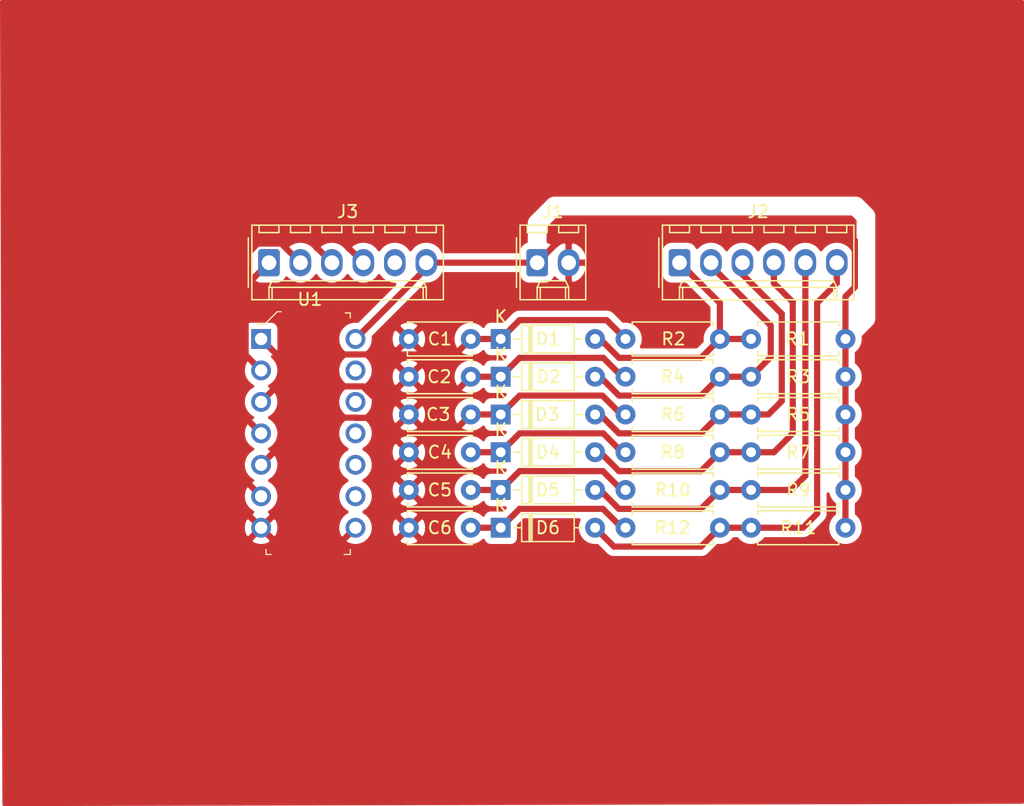
<source format=kicad_pcb>
(kicad_pcb (version 20171130) (host pcbnew 5.1.12-1.fc35)

  (general
    (thickness 1.6)
    (drawings 0)
    (tracks 125)
    (zones 0)
    (modules 28)
    (nets 21)
  )

  (page A4)
  (layers
    (0 F.Cu signal)
    (31 B.Cu signal)
    (32 B.Adhes user hide)
    (33 F.Adhes user hide)
    (34 B.Paste user hide)
    (35 F.Paste user hide)
    (36 B.SilkS user)
    (37 F.SilkS user)
    (38 B.Mask user hide)
    (39 F.Mask user hide)
    (40 Dwgs.User user)
    (41 Cmts.User user)
    (42 Eco1.User user hide)
    (43 Eco2.User user hide)
    (44 Edge.Cuts user)
    (45 Margin user)
    (46 B.CrtYd user)
    (47 F.CrtYd user)
    (48 B.Fab user)
    (49 F.Fab user hide)
  )

  (setup
    (last_trace_width 0.5)
    (user_trace_width 0.4)
    (user_trace_width 0.5)
    (user_trace_width 0.75)
    (user_trace_width 1)
    (trace_clearance 0.2)
    (zone_clearance 0.508)
    (zone_45_only no)
    (trace_min 0.2)
    (via_size 0.8)
    (via_drill 0.4)
    (via_min_size 0.4)
    (via_min_drill 0.3)
    (uvia_size 0.3)
    (uvia_drill 0.1)
    (uvias_allowed no)
    (uvia_min_size 0.2)
    (uvia_min_drill 0.1)
    (edge_width 0.05)
    (segment_width 0.2)
    (pcb_text_width 0.3)
    (pcb_text_size 1.5 1.5)
    (mod_edge_width 0.12)
    (mod_text_size 1 1)
    (mod_text_width 0.15)
    (pad_size 1.524 1.524)
    (pad_drill 0.762)
    (pad_to_mask_clearance 0)
    (aux_axis_origin 0 0)
    (visible_elements FFFFFF7F)
    (pcbplotparams
      (layerselection 0x010fc_ffffffff)
      (usegerberextensions false)
      (usegerberattributes true)
      (usegerberadvancedattributes true)
      (creategerberjobfile true)
      (excludeedgelayer true)
      (linewidth 0.100000)
      (plotframeref false)
      (viasonmask false)
      (mode 1)
      (useauxorigin false)
      (hpglpennumber 1)
      (hpglpenspeed 20)
      (hpglpendiameter 15.000000)
      (psnegative false)
      (psa4output false)
      (plotreference true)
      (plotvalue true)
      (plotinvisibletext false)
      (padsonsilk false)
      (subtractmaskfromsilk false)
      (outputformat 1)
      (mirror false)
      (drillshape 1)
      (scaleselection 1)
      (outputdirectory ""))
  )

  (net 0 "")
  (net 1 Trig_1)
  (net 2 GND)
  (net 3 Trig_2)
  (net 4 Trig_3)
  (net 5 Trig_4)
  (net 6 Trig_5)
  (net 7 Trig_6)
  (net 8 Sig_1)
  (net 9 Sig_2)
  (net 10 Sig_3)
  (net 11 Sig_4)
  (net 12 Sig_5)
  (net 13 Sig_6)
  (net 14 "Net-(J1-Pad1)")
  (net 15 "Net-(J3-Pad6)")
  (net 16 "Net-(J3-Pad5)")
  (net 17 "Net-(J3-Pad4)")
  (net 18 "Net-(J3-Pad3)")
  (net 19 "Net-(J3-Pad2)")
  (net 20 "Net-(J3-Pad1)")

  (net_class Default "This is the default net class."
    (clearance 0.2)
    (trace_width 0.25)
    (via_dia 0.8)
    (via_drill 0.4)
    (uvia_dia 0.3)
    (uvia_drill 0.1)
    (add_net GND)
    (add_net "Net-(J1-Pad1)")
    (add_net "Net-(J3-Pad1)")
    (add_net "Net-(J3-Pad2)")
    (add_net "Net-(J3-Pad3)")
    (add_net "Net-(J3-Pad4)")
    (add_net "Net-(J3-Pad5)")
    (add_net "Net-(J3-Pad6)")
    (add_net Sig_1)
    (add_net Sig_2)
    (add_net Sig_3)
    (add_net Sig_4)
    (add_net Sig_5)
    (add_net Sig_6)
    (add_net Trig_1)
    (add_net Trig_2)
    (add_net Trig_3)
    (add_net Trig_4)
    (add_net Trig_5)
    (add_net Trig_6)
  )

  (module Capacitor_THT:C_Disc_D5.0mm_W2.5mm_P5.00mm (layer F.Cu) (tedit 5AE50EF0) (tstamp 619D7C49)
    (at 198.348888 73.279 180)
    (descr "C, Disc series, Radial, pin pitch=5.00mm, , diameter*width=5*2.5mm^2, Capacitor, http://cdn-reichelt.de/documents/datenblatt/B300/DS_KERKO_TC.pdf")
    (tags "C Disc series Radial pin pitch 5.00mm  diameter 5mm width 2.5mm Capacitor")
    (path /61A01A4F)
    (fp_text reference C3 (at 2.627 0) (layer F.SilkS)
      (effects (font (size 1 1) (thickness 0.15)))
    )
    (fp_text value 100nF (at 2.5 2.5) (layer F.Fab)
      (effects (font (size 1 1) (thickness 0.15)))
    )
    (fp_line (start 0 -1.25) (end 0 1.25) (layer F.Fab) (width 0.1))
    (fp_line (start 0 1.25) (end 5 1.25) (layer F.Fab) (width 0.1))
    (fp_line (start 5 1.25) (end 5 -1.25) (layer F.Fab) (width 0.1))
    (fp_line (start 5 -1.25) (end 0 -1.25) (layer F.Fab) (width 0.1))
    (fp_line (start -0.12 -1.37) (end 5.12 -1.37) (layer F.SilkS) (width 0.12))
    (fp_line (start -0.12 1.37) (end 5.12 1.37) (layer F.SilkS) (width 0.12))
    (fp_line (start -0.12 -1.37) (end -0.12 -1.055) (layer F.SilkS) (width 0.12))
    (fp_line (start -0.12 1.055) (end -0.12 1.37) (layer F.SilkS) (width 0.12))
    (fp_line (start 5.12 -1.37) (end 5.12 -1.055) (layer F.SilkS) (width 0.12))
    (fp_line (start 5.12 1.055) (end 5.12 1.37) (layer F.SilkS) (width 0.12))
    (fp_line (start -1.05 -1.5) (end -1.05 1.5) (layer F.CrtYd) (width 0.05))
    (fp_line (start -1.05 1.5) (end 6.05 1.5) (layer F.CrtYd) (width 0.05))
    (fp_line (start 6.05 1.5) (end 6.05 -1.5) (layer F.CrtYd) (width 0.05))
    (fp_line (start 6.05 -1.5) (end -1.05 -1.5) (layer F.CrtYd) (width 0.05))
    (fp_text user %R (at 2.5 0) (layer F.Fab)
      (effects (font (size 1 1) (thickness 0.15)))
    )
    (pad 1 thru_hole circle (at 0 0 180) (size 1.6 1.6) (drill 0.8) (layers *.Cu *.Mask)
      (net 4 Trig_3))
    (pad 2 thru_hole circle (at 5 0 180) (size 1.6 1.6) (drill 0.8) (layers *.Cu *.Mask)
      (net 2 GND))
    (model ${KISYS3DMOD}/Capacitor_THT.3dshapes/C_Disc_D5.0mm_W2.5mm_P5.00mm.wrl
      (at (xyz 0 0 0))
      (scale (xyz 1 1 1))
      (rotate (xyz 0 0 0))
    )
  )

  (module Capacitor_THT:C_Disc_D5.0mm_W2.5mm_P5.00mm (layer F.Cu) (tedit 5AE50EF0) (tstamp 619D7C34)
    (at 198.348888 70.231 180)
    (descr "C, Disc series, Radial, pin pitch=5.00mm, , diameter*width=5*2.5mm^2, Capacitor, http://cdn-reichelt.de/documents/datenblatt/B300/DS_KERKO_TC.pdf")
    (tags "C Disc series Radial pin pitch 5.00mm  diameter 5mm width 2.5mm Capacitor")
    (path /619FE161)
    (fp_text reference C2 (at 2.54 0) (layer F.SilkS)
      (effects (font (size 1 1) (thickness 0.15)))
    )
    (fp_text value 100nF (at 2.5 2.5) (layer F.Fab)
      (effects (font (size 1 1) (thickness 0.15)))
    )
    (fp_line (start 6.05 -1.5) (end -1.05 -1.5) (layer F.CrtYd) (width 0.05))
    (fp_line (start 6.05 1.5) (end 6.05 -1.5) (layer F.CrtYd) (width 0.05))
    (fp_line (start -1.05 1.5) (end 6.05 1.5) (layer F.CrtYd) (width 0.05))
    (fp_line (start -1.05 -1.5) (end -1.05 1.5) (layer F.CrtYd) (width 0.05))
    (fp_line (start 5.12 1.055) (end 5.12 1.37) (layer F.SilkS) (width 0.12))
    (fp_line (start 5.12 -1.37) (end 5.12 -1.055) (layer F.SilkS) (width 0.12))
    (fp_line (start -0.12 1.055) (end -0.12 1.37) (layer F.SilkS) (width 0.12))
    (fp_line (start -0.12 -1.37) (end -0.12 -1.055) (layer F.SilkS) (width 0.12))
    (fp_line (start -0.12 1.37) (end 5.12 1.37) (layer F.SilkS) (width 0.12))
    (fp_line (start -0.12 -1.37) (end 5.12 -1.37) (layer F.SilkS) (width 0.12))
    (fp_line (start 5 -1.25) (end 0 -1.25) (layer F.Fab) (width 0.1))
    (fp_line (start 5 1.25) (end 5 -1.25) (layer F.Fab) (width 0.1))
    (fp_line (start 0 1.25) (end 5 1.25) (layer F.Fab) (width 0.1))
    (fp_line (start 0 -1.25) (end 0 1.25) (layer F.Fab) (width 0.1))
    (fp_text user %R (at 2.5 0) (layer F.Fab)
      (effects (font (size 1 1) (thickness 0.15)))
    )
    (pad 2 thru_hole circle (at 5 0 180) (size 1.6 1.6) (drill 0.8) (layers *.Cu *.Mask)
      (net 2 GND))
    (pad 1 thru_hole circle (at 0 0 180) (size 1.6 1.6) (drill 0.8) (layers *.Cu *.Mask)
      (net 3 Trig_2))
    (model ${KISYS3DMOD}/Capacitor_THT.3dshapes/C_Disc_D5.0mm_W2.5mm_P5.00mm.wrl
      (at (xyz 0 0 0))
      (scale (xyz 1 1 1))
      (rotate (xyz 0 0 0))
    )
  )

  (module Diode_THT:D_DO-35_SOD27_P7.62mm_Horizontal (layer F.Cu) (tedit 5AE50CD5) (tstamp 619D90E1)
    (at 200.765833 67.183)
    (descr "Diode, DO-35_SOD27 series, Axial, Horizontal, pin pitch=7.62mm, , length*diameter=4*2mm^2, , http://www.diodes.com/_files/packages/DO-35.pdf")
    (tags "Diode DO-35_SOD27 series Axial Horizontal pin pitch 7.62mm  length 4mm diameter 2mm")
    (path /619D2140)
    (fp_text reference D1 (at 3.81 0) (layer F.SilkS)
      (effects (font (size 1 1) (thickness 0.15)))
    )
    (fp_text value 1N4148 (at 3.81 2.12) (layer F.Fab)
      (effects (font (size 1 1) (thickness 0.15)))
    )
    (fp_line (start 1.81 -1) (end 1.81 1) (layer F.Fab) (width 0.1))
    (fp_line (start 1.81 1) (end 5.81 1) (layer F.Fab) (width 0.1))
    (fp_line (start 5.81 1) (end 5.81 -1) (layer F.Fab) (width 0.1))
    (fp_line (start 5.81 -1) (end 1.81 -1) (layer F.Fab) (width 0.1))
    (fp_line (start 0 0) (end 1.81 0) (layer F.Fab) (width 0.1))
    (fp_line (start 7.62 0) (end 5.81 0) (layer F.Fab) (width 0.1))
    (fp_line (start 2.41 -1) (end 2.41 1) (layer F.Fab) (width 0.1))
    (fp_line (start 2.51 -1) (end 2.51 1) (layer F.Fab) (width 0.1))
    (fp_line (start 2.31 -1) (end 2.31 1) (layer F.Fab) (width 0.1))
    (fp_line (start 1.69 -1.12) (end 1.69 1.12) (layer F.SilkS) (width 0.12))
    (fp_line (start 1.69 1.12) (end 5.93 1.12) (layer F.SilkS) (width 0.12))
    (fp_line (start 5.93 1.12) (end 5.93 -1.12) (layer F.SilkS) (width 0.12))
    (fp_line (start 5.93 -1.12) (end 1.69 -1.12) (layer F.SilkS) (width 0.12))
    (fp_line (start 1.04 0) (end 1.69 0) (layer F.SilkS) (width 0.12))
    (fp_line (start 6.58 0) (end 5.93 0) (layer F.SilkS) (width 0.12))
    (fp_line (start 2.41 -1.12) (end 2.41 1.12) (layer F.SilkS) (width 0.12))
    (fp_line (start 2.53 -1.12) (end 2.53 1.12) (layer F.SilkS) (width 0.12))
    (fp_line (start 2.29 -1.12) (end 2.29 1.12) (layer F.SilkS) (width 0.12))
    (fp_line (start -1.05 -1.25) (end -1.05 1.25) (layer F.CrtYd) (width 0.05))
    (fp_line (start -1.05 1.25) (end 8.67 1.25) (layer F.CrtYd) (width 0.05))
    (fp_line (start 8.67 1.25) (end 8.67 -1.25) (layer F.CrtYd) (width 0.05))
    (fp_line (start 8.67 -1.25) (end -1.05 -1.25) (layer F.CrtYd) (width 0.05))
    (fp_text user %R (at 4.11 0) (layer F.Fab)
      (effects (font (size 0.8 0.8) (thickness 0.12)))
    )
    (fp_text user K (at 0 -1.8) (layer F.Fab)
      (effects (font (size 1 1) (thickness 0.15)))
    )
    (fp_text user K (at 0 -1.8) (layer F.SilkS)
      (effects (font (size 1 1) (thickness 0.15)))
    )
    (pad 1 thru_hole rect (at 0 0) (size 1.6 1.6) (drill 0.8) (layers *.Cu *.Mask)
      (net 1 Trig_1))
    (pad 2 thru_hole oval (at 7.62 0) (size 1.6 1.6) (drill 0.8) (layers *.Cu *.Mask)
      (net 8 Sig_1))
    (model ${KISYS3DMOD}/Diode_THT.3dshapes/D_DO-35_SOD27_P7.62mm_Horizontal.wrl
      (at (xyz 0 0 0))
      (scale (xyz 1 1 1))
      (rotate (xyz 0 0 0))
    )
  )

  (module Connector_Molex:Molex_KK-254_AE-6410-02A_1x02_P2.54mm_Vertical (layer F.Cu) (tedit 5EA53D3B) (tstamp 619E1A53)
    (at 203.708 61.0235)
    (descr "Molex KK-254 Interconnect System, old/engineering part number: AE-6410-02A example for new part number: 22-27-2021, 2 Pins (http://www.molex.com/pdm_docs/sd/022272021_sd.pdf), generated with kicad-footprint-generator")
    (tags "connector Molex KK-254 vertical")
    (path /61B21F5A)
    (fp_text reference J1 (at 1.27 -4.12) (layer F.SilkS)
      (effects (font (size 1 1) (thickness 0.15)))
    )
    (fp_text value Pwr (at 1.27 4.08) (layer F.Fab)
      (effects (font (size 1 1) (thickness 0.15)))
    )
    (fp_line (start -1.27 -2.92) (end -1.27 2.88) (layer F.Fab) (width 0.1))
    (fp_line (start -1.27 2.88) (end 3.81 2.88) (layer F.Fab) (width 0.1))
    (fp_line (start 3.81 2.88) (end 3.81 -2.92) (layer F.Fab) (width 0.1))
    (fp_line (start 3.81 -2.92) (end -1.27 -2.92) (layer F.Fab) (width 0.1))
    (fp_line (start -1.38 -3.03) (end -1.38 2.99) (layer F.SilkS) (width 0.12))
    (fp_line (start -1.38 2.99) (end 3.92 2.99) (layer F.SilkS) (width 0.12))
    (fp_line (start 3.92 2.99) (end 3.92 -3.03) (layer F.SilkS) (width 0.12))
    (fp_line (start 3.92 -3.03) (end -1.38 -3.03) (layer F.SilkS) (width 0.12))
    (fp_line (start -1.67 -2) (end -1.67 2) (layer F.SilkS) (width 0.12))
    (fp_line (start -1.27 -0.5) (end -0.562893 0) (layer F.Fab) (width 0.1))
    (fp_line (start -0.562893 0) (end -1.27 0.5) (layer F.Fab) (width 0.1))
    (fp_line (start 0 2.99) (end 0 1.99) (layer F.SilkS) (width 0.12))
    (fp_line (start 0 1.99) (end 2.54 1.99) (layer F.SilkS) (width 0.12))
    (fp_line (start 2.54 1.99) (end 2.54 2.99) (layer F.SilkS) (width 0.12))
    (fp_line (start 0 1.99) (end 0.25 1.46) (layer F.SilkS) (width 0.12))
    (fp_line (start 0.25 1.46) (end 2.29 1.46) (layer F.SilkS) (width 0.12))
    (fp_line (start 2.29 1.46) (end 2.54 1.99) (layer F.SilkS) (width 0.12))
    (fp_line (start 0.25 2.99) (end 0.25 1.99) (layer F.SilkS) (width 0.12))
    (fp_line (start 2.29 2.99) (end 2.29 1.99) (layer F.SilkS) (width 0.12))
    (fp_line (start -0.8 -3.03) (end -0.8 -2.43) (layer F.SilkS) (width 0.12))
    (fp_line (start -0.8 -2.43) (end 0.8 -2.43) (layer F.SilkS) (width 0.12))
    (fp_line (start 0.8 -2.43) (end 0.8 -3.03) (layer F.SilkS) (width 0.12))
    (fp_line (start 1.74 -3.03) (end 1.74 -2.43) (layer F.SilkS) (width 0.12))
    (fp_line (start 1.74 -2.43) (end 3.34 -2.43) (layer F.SilkS) (width 0.12))
    (fp_line (start 3.34 -2.43) (end 3.34 -3.03) (layer F.SilkS) (width 0.12))
    (fp_line (start -1.77 -3.42) (end -1.77 3.38) (layer F.CrtYd) (width 0.05))
    (fp_line (start -1.77 3.38) (end 4.31 3.38) (layer F.CrtYd) (width 0.05))
    (fp_line (start 4.31 3.38) (end 4.31 -3.42) (layer F.CrtYd) (width 0.05))
    (fp_line (start 4.31 -3.42) (end -1.77 -3.42) (layer F.CrtYd) (width 0.05))
    (fp_text user %R (at 1.27 -2.22) (layer F.Fab)
      (effects (font (size 1 1) (thickness 0.15)))
    )
    (pad 1 thru_hole roundrect (at 0 0) (size 1.74 2.19) (drill 1.19) (layers *.Cu *.Mask) (roundrect_rratio 0.143678)
      (net 14 "Net-(J1-Pad1)"))
    (pad 2 thru_hole oval (at 2.54 0) (size 1.74 2.19) (drill 1.19) (layers *.Cu *.Mask)
      (net 2 GND))
    (model ${KISYS3DMOD}/Connector_Molex.3dshapes/Molex_KK-254_AE-6410-02A_1x02_P2.54mm_Vertical.wrl
      (at (xyz 0 0 0))
      (scale (xyz 1 1 1))
      (rotate (xyz 0 0 0))
    )
  )

  (module Capacitor_THT:C_Disc_D5.0mm_W2.5mm_P5.00mm (layer F.Cu) (tedit 5AE50EF0) (tstamp 619D7C1F)
    (at 198.348888 67.183 180)
    (descr "C, Disc series, Radial, pin pitch=5.00mm, , diameter*width=5*2.5mm^2, Capacitor, http://cdn-reichelt.de/documents/datenblatt/B300/DS_KERKO_TC.pdf")
    (tags "C Disc series Radial pin pitch 5.00mm  diameter 5mm width 2.5mm Capacitor")
    (path /619D2E8F)
    (fp_text reference C1 (at 2.5 0) (layer F.SilkS)
      (effects (font (size 1 1) (thickness 0.15)))
    )
    (fp_text value 100nF (at 2.5 2.5) (layer F.Fab)
      (effects (font (size 1 1) (thickness 0.15)))
    )
    (fp_line (start 0 -1.25) (end 0 1.25) (layer F.Fab) (width 0.1))
    (fp_line (start 0 1.25) (end 5 1.25) (layer F.Fab) (width 0.1))
    (fp_line (start 5 1.25) (end 5 -1.25) (layer F.Fab) (width 0.1))
    (fp_line (start 5 -1.25) (end 0 -1.25) (layer F.Fab) (width 0.1))
    (fp_line (start -0.12 -1.37) (end 5.12 -1.37) (layer F.SilkS) (width 0.12))
    (fp_line (start -0.12 1.37) (end 5.12 1.37) (layer F.SilkS) (width 0.12))
    (fp_line (start -0.12 -1.37) (end -0.12 -1.055) (layer F.SilkS) (width 0.12))
    (fp_line (start -0.12 1.055) (end -0.12 1.37) (layer F.SilkS) (width 0.12))
    (fp_line (start 5.12 -1.37) (end 5.12 -1.055) (layer F.SilkS) (width 0.12))
    (fp_line (start 5.12 1.055) (end 5.12 1.37) (layer F.SilkS) (width 0.12))
    (fp_line (start -1.05 -1.5) (end -1.05 1.5) (layer F.CrtYd) (width 0.05))
    (fp_line (start -1.05 1.5) (end 6.05 1.5) (layer F.CrtYd) (width 0.05))
    (fp_line (start 6.05 1.5) (end 6.05 -1.5) (layer F.CrtYd) (width 0.05))
    (fp_line (start 6.05 -1.5) (end -1.05 -1.5) (layer F.CrtYd) (width 0.05))
    (fp_text user %R (at 2.5 0) (layer F.Fab)
      (effects (font (size 1 1) (thickness 0.15)))
    )
    (pad 1 thru_hole circle (at 0 0 180) (size 1.6 1.6) (drill 0.8) (layers *.Cu *.Mask)
      (net 1 Trig_1))
    (pad 2 thru_hole circle (at 5 0 180) (size 1.6 1.6) (drill 0.8) (layers *.Cu *.Mask)
      (net 2 GND))
    (model ${KISYS3DMOD}/Capacitor_THT.3dshapes/C_Disc_D5.0mm_W2.5mm_P5.00mm.wrl
      (at (xyz 0 0 0))
      (scale (xyz 1 1 1))
      (rotate (xyz 0 0 0))
    )
  )

  (module Capacitor_THT:C_Disc_D5.0mm_W2.5mm_P5.00mm (layer F.Cu) (tedit 5AE50EF0) (tstamp 619D7C5E)
    (at 198.348888 76.327 180)
    (descr "C, Disc series, Radial, pin pitch=5.00mm, , diameter*width=5*2.5mm^2, Capacitor, http://cdn-reichelt.de/documents/datenblatt/B300/DS_KERKO_TC.pdf")
    (tags "C Disc series Radial pin pitch 5.00mm  diameter 5mm width 2.5mm Capacitor")
    (path /61A038AB)
    (fp_text reference C4 (at 2.5 0) (layer F.SilkS)
      (effects (font (size 1 1) (thickness 0.15)))
    )
    (fp_text value 100nF (at 2.5 2.5) (layer F.Fab)
      (effects (font (size 1 1) (thickness 0.15)))
    )
    (fp_line (start 6.05 -1.5) (end -1.05 -1.5) (layer F.CrtYd) (width 0.05))
    (fp_line (start 6.05 1.5) (end 6.05 -1.5) (layer F.CrtYd) (width 0.05))
    (fp_line (start -1.05 1.5) (end 6.05 1.5) (layer F.CrtYd) (width 0.05))
    (fp_line (start -1.05 -1.5) (end -1.05 1.5) (layer F.CrtYd) (width 0.05))
    (fp_line (start 5.12 1.055) (end 5.12 1.37) (layer F.SilkS) (width 0.12))
    (fp_line (start 5.12 -1.37) (end 5.12 -1.055) (layer F.SilkS) (width 0.12))
    (fp_line (start -0.12 1.055) (end -0.12 1.37) (layer F.SilkS) (width 0.12))
    (fp_line (start -0.12 -1.37) (end -0.12 -1.055) (layer F.SilkS) (width 0.12))
    (fp_line (start -0.12 1.37) (end 5.12 1.37) (layer F.SilkS) (width 0.12))
    (fp_line (start -0.12 -1.37) (end 5.12 -1.37) (layer F.SilkS) (width 0.12))
    (fp_line (start 5 -1.25) (end 0 -1.25) (layer F.Fab) (width 0.1))
    (fp_line (start 5 1.25) (end 5 -1.25) (layer F.Fab) (width 0.1))
    (fp_line (start 0 1.25) (end 5 1.25) (layer F.Fab) (width 0.1))
    (fp_line (start 0 -1.25) (end 0 1.25) (layer F.Fab) (width 0.1))
    (fp_text user %R (at 2.5 0) (layer F.Fab)
      (effects (font (size 1 1) (thickness 0.15)))
    )
    (pad 2 thru_hole circle (at 5 0 180) (size 1.6 1.6) (drill 0.8) (layers *.Cu *.Mask)
      (net 2 GND))
    (pad 1 thru_hole circle (at 0 0 180) (size 1.6 1.6) (drill 0.8) (layers *.Cu *.Mask)
      (net 5 Trig_4))
    (model ${KISYS3DMOD}/Capacitor_THT.3dshapes/C_Disc_D5.0mm_W2.5mm_P5.00mm.wrl
      (at (xyz 0 0 0))
      (scale (xyz 1 1 1))
      (rotate (xyz 0 0 0))
    )
  )

  (module Capacitor_THT:C_Disc_D5.0mm_W2.5mm_P5.00mm (layer F.Cu) (tedit 5AE50EF0) (tstamp 619D7C73)
    (at 198.348888 79.375 180)
    (descr "C, Disc series, Radial, pin pitch=5.00mm, , diameter*width=5*2.5mm^2, Capacitor, http://cdn-reichelt.de/documents/datenblatt/B300/DS_KERKO_TC.pdf")
    (tags "C Disc series Radial pin pitch 5.00mm  diameter 5mm width 2.5mm Capacitor")
    (path /61A05E3A)
    (fp_text reference C5 (at 2.5 0) (layer F.SilkS)
      (effects (font (size 1 1) (thickness 0.15)))
    )
    (fp_text value 100nF (at 2.5 2.5) (layer F.Fab)
      (effects (font (size 1 1) (thickness 0.15)))
    )
    (fp_line (start 0 -1.25) (end 0 1.25) (layer F.Fab) (width 0.1))
    (fp_line (start 0 1.25) (end 5 1.25) (layer F.Fab) (width 0.1))
    (fp_line (start 5 1.25) (end 5 -1.25) (layer F.Fab) (width 0.1))
    (fp_line (start 5 -1.25) (end 0 -1.25) (layer F.Fab) (width 0.1))
    (fp_line (start -0.12 -1.37) (end 5.12 -1.37) (layer F.SilkS) (width 0.12))
    (fp_line (start -0.12 1.37) (end 5.12 1.37) (layer F.SilkS) (width 0.12))
    (fp_line (start -0.12 -1.37) (end -0.12 -1.055) (layer F.SilkS) (width 0.12))
    (fp_line (start -0.12 1.055) (end -0.12 1.37) (layer F.SilkS) (width 0.12))
    (fp_line (start 5.12 -1.37) (end 5.12 -1.055) (layer F.SilkS) (width 0.12))
    (fp_line (start 5.12 1.055) (end 5.12 1.37) (layer F.SilkS) (width 0.12))
    (fp_line (start -1.05 -1.5) (end -1.05 1.5) (layer F.CrtYd) (width 0.05))
    (fp_line (start -1.05 1.5) (end 6.05 1.5) (layer F.CrtYd) (width 0.05))
    (fp_line (start 6.05 1.5) (end 6.05 -1.5) (layer F.CrtYd) (width 0.05))
    (fp_line (start 6.05 -1.5) (end -1.05 -1.5) (layer F.CrtYd) (width 0.05))
    (fp_text user %R (at 2.5 0) (layer F.Fab)
      (effects (font (size 1 1) (thickness 0.15)))
    )
    (pad 1 thru_hole circle (at 0 0 180) (size 1.6 1.6) (drill 0.8) (layers *.Cu *.Mask)
      (net 6 Trig_5))
    (pad 2 thru_hole circle (at 5 0 180) (size 1.6 1.6) (drill 0.8) (layers *.Cu *.Mask)
      (net 2 GND))
    (model ${KISYS3DMOD}/Capacitor_THT.3dshapes/C_Disc_D5.0mm_W2.5mm_P5.00mm.wrl
      (at (xyz 0 0 0))
      (scale (xyz 1 1 1))
      (rotate (xyz 0 0 0))
    )
  )

  (module Capacitor_THT:C_Disc_D5.0mm_W2.5mm_P5.00mm (layer F.Cu) (tedit 5AE50EF0) (tstamp 619D7C88)
    (at 198.348888 82.423 180)
    (descr "C, Disc series, Radial, pin pitch=5.00mm, , diameter*width=5*2.5mm^2, Capacitor, http://cdn-reichelt.de/documents/datenblatt/B300/DS_KERKO_TC.pdf")
    (tags "C Disc series Radial pin pitch 5.00mm  diameter 5mm width 2.5mm Capacitor")
    (path /61A0850F)
    (fp_text reference C6 (at 2.5 0) (layer F.SilkS)
      (effects (font (size 1 1) (thickness 0.15)))
    )
    (fp_text value 100nF (at 2.5 2.5) (layer F.Fab)
      (effects (font (size 1 1) (thickness 0.15)))
    )
    (fp_line (start 6.05 -1.5) (end -1.05 -1.5) (layer F.CrtYd) (width 0.05))
    (fp_line (start 6.05 1.5) (end 6.05 -1.5) (layer F.CrtYd) (width 0.05))
    (fp_line (start -1.05 1.5) (end 6.05 1.5) (layer F.CrtYd) (width 0.05))
    (fp_line (start -1.05 -1.5) (end -1.05 1.5) (layer F.CrtYd) (width 0.05))
    (fp_line (start 5.12 1.055) (end 5.12 1.37) (layer F.SilkS) (width 0.12))
    (fp_line (start 5.12 -1.37) (end 5.12 -1.055) (layer F.SilkS) (width 0.12))
    (fp_line (start -0.12 1.055) (end -0.12 1.37) (layer F.SilkS) (width 0.12))
    (fp_line (start -0.12 -1.37) (end -0.12 -1.055) (layer F.SilkS) (width 0.12))
    (fp_line (start -0.12 1.37) (end 5.12 1.37) (layer F.SilkS) (width 0.12))
    (fp_line (start -0.12 -1.37) (end 5.12 -1.37) (layer F.SilkS) (width 0.12))
    (fp_line (start 5 -1.25) (end 0 -1.25) (layer F.Fab) (width 0.1))
    (fp_line (start 5 1.25) (end 5 -1.25) (layer F.Fab) (width 0.1))
    (fp_line (start 0 1.25) (end 5 1.25) (layer F.Fab) (width 0.1))
    (fp_line (start 0 -1.25) (end 0 1.25) (layer F.Fab) (width 0.1))
    (fp_text user %R (at 2.5 0) (layer F.Fab)
      (effects (font (size 1 1) (thickness 0.15)))
    )
    (pad 2 thru_hole circle (at 5 0 180) (size 1.6 1.6) (drill 0.8) (layers *.Cu *.Mask)
      (net 2 GND))
    (pad 1 thru_hole circle (at 0 0 180) (size 1.6 1.6) (drill 0.8) (layers *.Cu *.Mask)
      (net 7 Trig_6))
    (model ${KISYS3DMOD}/Capacitor_THT.3dshapes/C_Disc_D5.0mm_W2.5mm_P5.00mm.wrl
      (at (xyz 0 0 0))
      (scale (xyz 1 1 1))
      (rotate (xyz 0 0 0))
    )
  )

  (module Diode_THT:D_DO-35_SOD27_P7.62mm_Horizontal (layer F.Cu) (tedit 5AE50CD5) (tstamp 619E08C5)
    (at 200.765833 70.231)
    (descr "Diode, DO-35_SOD27 series, Axial, Horizontal, pin pitch=7.62mm, , length*diameter=4*2mm^2, , http://www.diodes.com/_files/packages/DO-35.pdf")
    (tags "Diode DO-35_SOD27 series Axial Horizontal pin pitch 7.62mm  length 4mm diameter 2mm")
    (path /619FE15B)
    (fp_text reference D2 (at 3.8735 0) (layer F.SilkS)
      (effects (font (size 1 1) (thickness 0.15)))
    )
    (fp_text value 1N4148 (at 3.81 2.12) (layer F.Fab)
      (effects (font (size 1 1) (thickness 0.15)))
    )
    (fp_line (start 8.67 -1.25) (end -1.05 -1.25) (layer F.CrtYd) (width 0.05))
    (fp_line (start 8.67 1.25) (end 8.67 -1.25) (layer F.CrtYd) (width 0.05))
    (fp_line (start -1.05 1.25) (end 8.67 1.25) (layer F.CrtYd) (width 0.05))
    (fp_line (start -1.05 -1.25) (end -1.05 1.25) (layer F.CrtYd) (width 0.05))
    (fp_line (start 2.29 -1.12) (end 2.29 1.12) (layer F.SilkS) (width 0.12))
    (fp_line (start 2.53 -1.12) (end 2.53 1.12) (layer F.SilkS) (width 0.12))
    (fp_line (start 2.41 -1.12) (end 2.41 1.12) (layer F.SilkS) (width 0.12))
    (fp_line (start 6.58 0) (end 5.93 0) (layer F.SilkS) (width 0.12))
    (fp_line (start 1.04 0) (end 1.69 0) (layer F.SilkS) (width 0.12))
    (fp_line (start 5.93 -1.12) (end 1.69 -1.12) (layer F.SilkS) (width 0.12))
    (fp_line (start 5.93 1.12) (end 5.93 -1.12) (layer F.SilkS) (width 0.12))
    (fp_line (start 1.69 1.12) (end 5.93 1.12) (layer F.SilkS) (width 0.12))
    (fp_line (start 1.69 -1.12) (end 1.69 1.12) (layer F.SilkS) (width 0.12))
    (fp_line (start 2.31 -1) (end 2.31 1) (layer F.Fab) (width 0.1))
    (fp_line (start 2.51 -1) (end 2.51 1) (layer F.Fab) (width 0.1))
    (fp_line (start 2.41 -1) (end 2.41 1) (layer F.Fab) (width 0.1))
    (fp_line (start 7.62 0) (end 5.81 0) (layer F.Fab) (width 0.1))
    (fp_line (start 0 0) (end 1.81 0) (layer F.Fab) (width 0.1))
    (fp_line (start 5.81 -1) (end 1.81 -1) (layer F.Fab) (width 0.1))
    (fp_line (start 5.81 1) (end 5.81 -1) (layer F.Fab) (width 0.1))
    (fp_line (start 1.81 1) (end 5.81 1) (layer F.Fab) (width 0.1))
    (fp_line (start 1.81 -1) (end 1.81 1) (layer F.Fab) (width 0.1))
    (fp_text user K (at 0 -1.8) (layer F.SilkS)
      (effects (font (size 1 1) (thickness 0.15)))
    )
    (fp_text user K (at 0 -1.8) (layer F.Fab)
      (effects (font (size 1 1) (thickness 0.15)))
    )
    (fp_text user %R (at 4.11 0) (layer F.Fab)
      (effects (font (size 0.8 0.8) (thickness 0.12)))
    )
    (pad 2 thru_hole oval (at 7.62 0) (size 1.6 1.6) (drill 0.8) (layers *.Cu *.Mask)
      (net 9 Sig_2))
    (pad 1 thru_hole rect (at 0 0) (size 1.6 1.6) (drill 0.8) (layers *.Cu *.Mask)
      (net 3 Trig_2))
    (model ${KISYS3DMOD}/Diode_THT.3dshapes/D_DO-35_SOD27_P7.62mm_Horizontal.wrl
      (at (xyz 0 0 0))
      (scale (xyz 1 1 1))
      (rotate (xyz 0 0 0))
    )
  )

  (module Diode_THT:D_DO-35_SOD27_P7.62mm_Horizontal (layer F.Cu) (tedit 5AE50CD5) (tstamp 619D7CE5)
    (at 200.765833 73.279)
    (descr "Diode, DO-35_SOD27 series, Axial, Horizontal, pin pitch=7.62mm, , length*diameter=4*2mm^2, , http://www.diodes.com/_files/packages/DO-35.pdf")
    (tags "Diode DO-35_SOD27 series Axial Horizontal pin pitch 7.62mm  length 4mm diameter 2mm")
    (path /61A01A49)
    (fp_text reference D3 (at 3.7465 0) (layer F.SilkS)
      (effects (font (size 1 1) (thickness 0.15)))
    )
    (fp_text value 1N4148 (at 3.81 2.12) (layer F.Fab)
      (effects (font (size 1 1) (thickness 0.15)))
    )
    (fp_line (start 1.81 -1) (end 1.81 1) (layer F.Fab) (width 0.1))
    (fp_line (start 1.81 1) (end 5.81 1) (layer F.Fab) (width 0.1))
    (fp_line (start 5.81 1) (end 5.81 -1) (layer F.Fab) (width 0.1))
    (fp_line (start 5.81 -1) (end 1.81 -1) (layer F.Fab) (width 0.1))
    (fp_line (start 0 0) (end 1.81 0) (layer F.Fab) (width 0.1))
    (fp_line (start 7.62 0) (end 5.81 0) (layer F.Fab) (width 0.1))
    (fp_line (start 2.41 -1) (end 2.41 1) (layer F.Fab) (width 0.1))
    (fp_line (start 2.51 -1) (end 2.51 1) (layer F.Fab) (width 0.1))
    (fp_line (start 2.31 -1) (end 2.31 1) (layer F.Fab) (width 0.1))
    (fp_line (start 1.69 -1.12) (end 1.69 1.12) (layer F.SilkS) (width 0.12))
    (fp_line (start 1.69 1.12) (end 5.93 1.12) (layer F.SilkS) (width 0.12))
    (fp_line (start 5.93 1.12) (end 5.93 -1.12) (layer F.SilkS) (width 0.12))
    (fp_line (start 5.93 -1.12) (end 1.69 -1.12) (layer F.SilkS) (width 0.12))
    (fp_line (start 1.04 0) (end 1.69 0) (layer F.SilkS) (width 0.12))
    (fp_line (start 6.58 0) (end 5.93 0) (layer F.SilkS) (width 0.12))
    (fp_line (start 2.41 -1.12) (end 2.41 1.12) (layer F.SilkS) (width 0.12))
    (fp_line (start 2.53 -1.12) (end 2.53 1.12) (layer F.SilkS) (width 0.12))
    (fp_line (start 2.29 -1.12) (end 2.29 1.12) (layer F.SilkS) (width 0.12))
    (fp_line (start -1.05 -1.25) (end -1.05 1.25) (layer F.CrtYd) (width 0.05))
    (fp_line (start -1.05 1.25) (end 8.67 1.25) (layer F.CrtYd) (width 0.05))
    (fp_line (start 8.67 1.25) (end 8.67 -1.25) (layer F.CrtYd) (width 0.05))
    (fp_line (start 8.67 -1.25) (end -1.05 -1.25) (layer F.CrtYd) (width 0.05))
    (fp_text user %R (at 4.11 0) (layer F.Fab)
      (effects (font (size 0.8 0.8) (thickness 0.12)))
    )
    (fp_text user K (at 0 -1.8) (layer F.Fab)
      (effects (font (size 1 1) (thickness 0.15)))
    )
    (fp_text user K (at 0 -1.8) (layer F.SilkS)
      (effects (font (size 1 1) (thickness 0.15)))
    )
    (pad 1 thru_hole rect (at 0 0) (size 1.6 1.6) (drill 0.8) (layers *.Cu *.Mask)
      (net 4 Trig_3))
    (pad 2 thru_hole oval (at 7.62 0) (size 1.6 1.6) (drill 0.8) (layers *.Cu *.Mask)
      (net 10 Sig_3))
    (model ${KISYS3DMOD}/Diode_THT.3dshapes/D_DO-35_SOD27_P7.62mm_Horizontal.wrl
      (at (xyz 0 0 0))
      (scale (xyz 1 1 1))
      (rotate (xyz 0 0 0))
    )
  )

  (module Diode_THT:D_DO-35_SOD27_P7.62mm_Horizontal (layer F.Cu) (tedit 5AE50CD5) (tstamp 619D7D04)
    (at 200.765833 76.327)
    (descr "Diode, DO-35_SOD27 series, Axial, Horizontal, pin pitch=7.62mm, , length*diameter=4*2mm^2, , http://www.diodes.com/_files/packages/DO-35.pdf")
    (tags "Diode DO-35_SOD27 series Axial Horizontal pin pitch 7.62mm  length 4mm diameter 2mm")
    (path /61A038A5)
    (fp_text reference D4 (at 3.81 0) (layer F.SilkS)
      (effects (font (size 1 1) (thickness 0.15)))
    )
    (fp_text value 1N4148 (at 3.81 2.12) (layer F.Fab)
      (effects (font (size 1 1) (thickness 0.15)))
    )
    (fp_line (start 1.81 -1) (end 1.81 1) (layer F.Fab) (width 0.1))
    (fp_line (start 1.81 1) (end 5.81 1) (layer F.Fab) (width 0.1))
    (fp_line (start 5.81 1) (end 5.81 -1) (layer F.Fab) (width 0.1))
    (fp_line (start 5.81 -1) (end 1.81 -1) (layer F.Fab) (width 0.1))
    (fp_line (start 0 0) (end 1.81 0) (layer F.Fab) (width 0.1))
    (fp_line (start 7.62 0) (end 5.81 0) (layer F.Fab) (width 0.1))
    (fp_line (start 2.41 -1) (end 2.41 1) (layer F.Fab) (width 0.1))
    (fp_line (start 2.51 -1) (end 2.51 1) (layer F.Fab) (width 0.1))
    (fp_line (start 2.31 -1) (end 2.31 1) (layer F.Fab) (width 0.1))
    (fp_line (start 1.69 -1.12) (end 1.69 1.12) (layer F.SilkS) (width 0.12))
    (fp_line (start 1.69 1.12) (end 5.93 1.12) (layer F.SilkS) (width 0.12))
    (fp_line (start 5.93 1.12) (end 5.93 -1.12) (layer F.SilkS) (width 0.12))
    (fp_line (start 5.93 -1.12) (end 1.69 -1.12) (layer F.SilkS) (width 0.12))
    (fp_line (start 1.04 0) (end 1.69 0) (layer F.SilkS) (width 0.12))
    (fp_line (start 6.58 0) (end 5.93 0) (layer F.SilkS) (width 0.12))
    (fp_line (start 2.41 -1.12) (end 2.41 1.12) (layer F.SilkS) (width 0.12))
    (fp_line (start 2.53 -1.12) (end 2.53 1.12) (layer F.SilkS) (width 0.12))
    (fp_line (start 2.29 -1.12) (end 2.29 1.12) (layer F.SilkS) (width 0.12))
    (fp_line (start -1.05 -1.25) (end -1.05 1.25) (layer F.CrtYd) (width 0.05))
    (fp_line (start -1.05 1.25) (end 8.67 1.25) (layer F.CrtYd) (width 0.05))
    (fp_line (start 8.67 1.25) (end 8.67 -1.25) (layer F.CrtYd) (width 0.05))
    (fp_line (start 8.67 -1.25) (end -1.05 -1.25) (layer F.CrtYd) (width 0.05))
    (fp_text user %R (at 4.11 0) (layer F.Fab)
      (effects (font (size 0.8 0.8) (thickness 0.12)))
    )
    (fp_text user K (at 0 -1.8) (layer F.Fab)
      (effects (font (size 1 1) (thickness 0.15)))
    )
    (fp_text user K (at 0 -1.8) (layer F.SilkS)
      (effects (font (size 1 1) (thickness 0.15)))
    )
    (pad 1 thru_hole rect (at 0 0) (size 1.6 1.6) (drill 0.8) (layers *.Cu *.Mask)
      (net 5 Trig_4))
    (pad 2 thru_hole oval (at 7.62 0) (size 1.6 1.6) (drill 0.8) (layers *.Cu *.Mask)
      (net 11 Sig_4))
    (model ${KISYS3DMOD}/Diode_THT.3dshapes/D_DO-35_SOD27_P7.62mm_Horizontal.wrl
      (at (xyz 0 0 0))
      (scale (xyz 1 1 1))
      (rotate (xyz 0 0 0))
    )
  )

  (module Diode_THT:D_DO-35_SOD27_P7.62mm_Horizontal (layer F.Cu) (tedit 5AE50CD5) (tstamp 619D7D23)
    (at 200.765833 79.375)
    (descr "Diode, DO-35_SOD27 series, Axial, Horizontal, pin pitch=7.62mm, , length*diameter=4*2mm^2, , http://www.diodes.com/_files/packages/DO-35.pdf")
    (tags "Diode DO-35_SOD27 series Axial Horizontal pin pitch 7.62mm  length 4mm diameter 2mm")
    (path /61A05E34)
    (fp_text reference D5 (at 3.81 0) (layer F.SilkS)
      (effects (font (size 1 1) (thickness 0.15)))
    )
    (fp_text value 1N4148 (at 3.81 2.12) (layer F.Fab)
      (effects (font (size 1 1) (thickness 0.15)))
    )
    (fp_line (start 8.67 -1.25) (end -1.05 -1.25) (layer F.CrtYd) (width 0.05))
    (fp_line (start 8.67 1.25) (end 8.67 -1.25) (layer F.CrtYd) (width 0.05))
    (fp_line (start -1.05 1.25) (end 8.67 1.25) (layer F.CrtYd) (width 0.05))
    (fp_line (start -1.05 -1.25) (end -1.05 1.25) (layer F.CrtYd) (width 0.05))
    (fp_line (start 2.29 -1.12) (end 2.29 1.12) (layer F.SilkS) (width 0.12))
    (fp_line (start 2.53 -1.12) (end 2.53 1.12) (layer F.SilkS) (width 0.12))
    (fp_line (start 2.41 -1.12) (end 2.41 1.12) (layer F.SilkS) (width 0.12))
    (fp_line (start 6.58 0) (end 5.93 0) (layer F.SilkS) (width 0.12))
    (fp_line (start 1.04 0) (end 1.69 0) (layer F.SilkS) (width 0.12))
    (fp_line (start 5.93 -1.12) (end 1.69 -1.12) (layer F.SilkS) (width 0.12))
    (fp_line (start 5.93 1.12) (end 5.93 -1.12) (layer F.SilkS) (width 0.12))
    (fp_line (start 1.69 1.12) (end 5.93 1.12) (layer F.SilkS) (width 0.12))
    (fp_line (start 1.69 -1.12) (end 1.69 1.12) (layer F.SilkS) (width 0.12))
    (fp_line (start 2.31 -1) (end 2.31 1) (layer F.Fab) (width 0.1))
    (fp_line (start 2.51 -1) (end 2.51 1) (layer F.Fab) (width 0.1))
    (fp_line (start 2.41 -1) (end 2.41 1) (layer F.Fab) (width 0.1))
    (fp_line (start 7.62 0) (end 5.81 0) (layer F.Fab) (width 0.1))
    (fp_line (start 0 0) (end 1.81 0) (layer F.Fab) (width 0.1))
    (fp_line (start 5.81 -1) (end 1.81 -1) (layer F.Fab) (width 0.1))
    (fp_line (start 5.81 1) (end 5.81 -1) (layer F.Fab) (width 0.1))
    (fp_line (start 1.81 1) (end 5.81 1) (layer F.Fab) (width 0.1))
    (fp_line (start 1.81 -1) (end 1.81 1) (layer F.Fab) (width 0.1))
    (fp_text user K (at 0 -1.8) (layer F.SilkS)
      (effects (font (size 1 1) (thickness 0.15)))
    )
    (fp_text user K (at 0 -1.8) (layer F.Fab)
      (effects (font (size 1 1) (thickness 0.15)))
    )
    (fp_text user %R (at 4.11 0) (layer F.Fab)
      (effects (font (size 0.8 0.8) (thickness 0.12)))
    )
    (pad 2 thru_hole oval (at 7.62 0) (size 1.6 1.6) (drill 0.8) (layers *.Cu *.Mask)
      (net 12 Sig_5))
    (pad 1 thru_hole rect (at 0 0) (size 1.6 1.6) (drill 0.8) (layers *.Cu *.Mask)
      (net 6 Trig_5))
    (model ${KISYS3DMOD}/Diode_THT.3dshapes/D_DO-35_SOD27_P7.62mm_Horizontal.wrl
      (at (xyz 0 0 0))
      (scale (xyz 1 1 1))
      (rotate (xyz 0 0 0))
    )
  )

  (module Diode_THT:D_DO-35_SOD27_P7.62mm_Horizontal (layer F.Cu) (tedit 5AE50CD5) (tstamp 619D7D42)
    (at 200.765833 82.423)
    (descr "Diode, DO-35_SOD27 series, Axial, Horizontal, pin pitch=7.62mm, , length*diameter=4*2mm^2, , http://www.diodes.com/_files/packages/DO-35.pdf")
    (tags "Diode DO-35_SOD27 series Axial Horizontal pin pitch 7.62mm  length 4mm diameter 2mm")
    (path /61A08509)
    (fp_text reference D6 (at 3.81 0) (layer F.SilkS)
      (effects (font (size 1 1) (thickness 0.15)))
    )
    (fp_text value 1N4148 (at 3.81 2.12) (layer F.Fab)
      (effects (font (size 1 1) (thickness 0.15)))
    )
    (fp_line (start 8.67 -1.25) (end -1.05 -1.25) (layer F.CrtYd) (width 0.05))
    (fp_line (start 8.67 1.25) (end 8.67 -1.25) (layer F.CrtYd) (width 0.05))
    (fp_line (start -1.05 1.25) (end 8.67 1.25) (layer F.CrtYd) (width 0.05))
    (fp_line (start -1.05 -1.25) (end -1.05 1.25) (layer F.CrtYd) (width 0.05))
    (fp_line (start 2.29 -1.12) (end 2.29 1.12) (layer F.SilkS) (width 0.12))
    (fp_line (start 2.53 -1.12) (end 2.53 1.12) (layer F.SilkS) (width 0.12))
    (fp_line (start 2.41 -1.12) (end 2.41 1.12) (layer F.SilkS) (width 0.12))
    (fp_line (start 6.58 0) (end 5.93 0) (layer F.SilkS) (width 0.12))
    (fp_line (start 1.04 0) (end 1.69 0) (layer F.SilkS) (width 0.12))
    (fp_line (start 5.93 -1.12) (end 1.69 -1.12) (layer F.SilkS) (width 0.12))
    (fp_line (start 5.93 1.12) (end 5.93 -1.12) (layer F.SilkS) (width 0.12))
    (fp_line (start 1.69 1.12) (end 5.93 1.12) (layer F.SilkS) (width 0.12))
    (fp_line (start 1.69 -1.12) (end 1.69 1.12) (layer F.SilkS) (width 0.12))
    (fp_line (start 2.31 -1) (end 2.31 1) (layer F.Fab) (width 0.1))
    (fp_line (start 2.51 -1) (end 2.51 1) (layer F.Fab) (width 0.1))
    (fp_line (start 2.41 -1) (end 2.41 1) (layer F.Fab) (width 0.1))
    (fp_line (start 7.62 0) (end 5.81 0) (layer F.Fab) (width 0.1))
    (fp_line (start 0 0) (end 1.81 0) (layer F.Fab) (width 0.1))
    (fp_line (start 5.81 -1) (end 1.81 -1) (layer F.Fab) (width 0.1))
    (fp_line (start 5.81 1) (end 5.81 -1) (layer F.Fab) (width 0.1))
    (fp_line (start 1.81 1) (end 5.81 1) (layer F.Fab) (width 0.1))
    (fp_line (start 1.81 -1) (end 1.81 1) (layer F.Fab) (width 0.1))
    (fp_text user K (at 0 -1.8) (layer F.SilkS)
      (effects (font (size 1 1) (thickness 0.15)))
    )
    (fp_text user K (at 0 -1.8) (layer F.Fab)
      (effects (font (size 1 1) (thickness 0.15)))
    )
    (fp_text user %R (at 4.11 0) (layer F.Fab)
      (effects (font (size 0.8 0.8) (thickness 0.12)))
    )
    (pad 2 thru_hole oval (at 7.62 0) (size 1.6 1.6) (drill 0.8) (layers *.Cu *.Mask)
      (net 13 Sig_6))
    (pad 1 thru_hole rect (at 0 0) (size 1.6 1.6) (drill 0.8) (layers *.Cu *.Mask)
      (net 7 Trig_6))
    (model ${KISYS3DMOD}/Diode_THT.3dshapes/D_DO-35_SOD27_P7.62mm_Horizontal.wrl
      (at (xyz 0 0 0))
      (scale (xyz 1 1 1))
      (rotate (xyz 0 0 0))
    )
  )

  (module Connector_Molex:Molex_KK-254_AE-6410-06A_1x06_P2.54mm_Vertical (layer F.Cu) (tedit 5EA53D3B) (tstamp 619E16AE)
    (at 215.2015 61.0235)
    (descr "Molex KK-254 Interconnect System, old/engineering part number: AE-6410-06A example for new part number: 22-27-2061, 6 Pins (http://www.molex.com/pdm_docs/sd/022272021_sd.pdf), generated with kicad-footprint-generator")
    (tags "connector Molex KK-254 vertical")
    (path /61B590AC)
    (fp_text reference J2 (at 6.35 -4.12) (layer F.SilkS)
      (effects (font (size 1 1) (thickness 0.15)))
    )
    (fp_text value Sig_In (at 6.35 4.08) (layer F.Fab)
      (effects (font (size 1 1) (thickness 0.15)))
    )
    (fp_line (start -1.27 -2.92) (end -1.27 2.88) (layer F.Fab) (width 0.1))
    (fp_line (start -1.27 2.88) (end 13.97 2.88) (layer F.Fab) (width 0.1))
    (fp_line (start 13.97 2.88) (end 13.97 -2.92) (layer F.Fab) (width 0.1))
    (fp_line (start 13.97 -2.92) (end -1.27 -2.92) (layer F.Fab) (width 0.1))
    (fp_line (start -1.38 -3.03) (end -1.38 2.99) (layer F.SilkS) (width 0.12))
    (fp_line (start -1.38 2.99) (end 14.08 2.99) (layer F.SilkS) (width 0.12))
    (fp_line (start 14.08 2.99) (end 14.08 -3.03) (layer F.SilkS) (width 0.12))
    (fp_line (start 14.08 -3.03) (end -1.38 -3.03) (layer F.SilkS) (width 0.12))
    (fp_line (start -1.67 -2) (end -1.67 2) (layer F.SilkS) (width 0.12))
    (fp_line (start -1.27 -0.5) (end -0.562893 0) (layer F.Fab) (width 0.1))
    (fp_line (start -0.562893 0) (end -1.27 0.5) (layer F.Fab) (width 0.1))
    (fp_line (start 0 2.99) (end 0 1.99) (layer F.SilkS) (width 0.12))
    (fp_line (start 0 1.99) (end 12.7 1.99) (layer F.SilkS) (width 0.12))
    (fp_line (start 12.7 1.99) (end 12.7 2.99) (layer F.SilkS) (width 0.12))
    (fp_line (start 0 1.99) (end 0.25 1.46) (layer F.SilkS) (width 0.12))
    (fp_line (start 0.25 1.46) (end 12.45 1.46) (layer F.SilkS) (width 0.12))
    (fp_line (start 12.45 1.46) (end 12.7 1.99) (layer F.SilkS) (width 0.12))
    (fp_line (start 0.25 2.99) (end 0.25 1.99) (layer F.SilkS) (width 0.12))
    (fp_line (start 12.45 2.99) (end 12.45 1.99) (layer F.SilkS) (width 0.12))
    (fp_line (start -0.8 -3.03) (end -0.8 -2.43) (layer F.SilkS) (width 0.12))
    (fp_line (start -0.8 -2.43) (end 0.8 -2.43) (layer F.SilkS) (width 0.12))
    (fp_line (start 0.8 -2.43) (end 0.8 -3.03) (layer F.SilkS) (width 0.12))
    (fp_line (start 1.74 -3.03) (end 1.74 -2.43) (layer F.SilkS) (width 0.12))
    (fp_line (start 1.74 -2.43) (end 3.34 -2.43) (layer F.SilkS) (width 0.12))
    (fp_line (start 3.34 -2.43) (end 3.34 -3.03) (layer F.SilkS) (width 0.12))
    (fp_line (start 4.28 -3.03) (end 4.28 -2.43) (layer F.SilkS) (width 0.12))
    (fp_line (start 4.28 -2.43) (end 5.88 -2.43) (layer F.SilkS) (width 0.12))
    (fp_line (start 5.88 -2.43) (end 5.88 -3.03) (layer F.SilkS) (width 0.12))
    (fp_line (start 6.82 -3.03) (end 6.82 -2.43) (layer F.SilkS) (width 0.12))
    (fp_line (start 6.82 -2.43) (end 8.42 -2.43) (layer F.SilkS) (width 0.12))
    (fp_line (start 8.42 -2.43) (end 8.42 -3.03) (layer F.SilkS) (width 0.12))
    (fp_line (start 9.36 -3.03) (end 9.36 -2.43) (layer F.SilkS) (width 0.12))
    (fp_line (start 9.36 -2.43) (end 10.96 -2.43) (layer F.SilkS) (width 0.12))
    (fp_line (start 10.96 -2.43) (end 10.96 -3.03) (layer F.SilkS) (width 0.12))
    (fp_line (start 11.9 -3.03) (end 11.9 -2.43) (layer F.SilkS) (width 0.12))
    (fp_line (start 11.9 -2.43) (end 13.5 -2.43) (layer F.SilkS) (width 0.12))
    (fp_line (start 13.5 -2.43) (end 13.5 -3.03) (layer F.SilkS) (width 0.12))
    (fp_line (start -1.77 -3.42) (end -1.77 3.38) (layer F.CrtYd) (width 0.05))
    (fp_line (start -1.77 3.38) (end 14.47 3.38) (layer F.CrtYd) (width 0.05))
    (fp_line (start 14.47 3.38) (end 14.47 -3.42) (layer F.CrtYd) (width 0.05))
    (fp_line (start 14.47 -3.42) (end -1.77 -3.42) (layer F.CrtYd) (width 0.05))
    (fp_text user %R (at 6.35 -2.22) (layer F.Fab)
      (effects (font (size 1 1) (thickness 0.15)))
    )
    (pad 1 thru_hole roundrect (at 0 0) (size 1.74 2.19) (drill 1.19) (layers *.Cu *.Mask) (roundrect_rratio 0.143678)
      (net 8 Sig_1))
    (pad 2 thru_hole oval (at 2.54 0) (size 1.74 2.19) (drill 1.19) (layers *.Cu *.Mask)
      (net 9 Sig_2))
    (pad 3 thru_hole oval (at 5.08 0) (size 1.74 2.19) (drill 1.19) (layers *.Cu *.Mask)
      (net 10 Sig_3))
    (pad 4 thru_hole oval (at 7.62 0) (size 1.74 2.19) (drill 1.19) (layers *.Cu *.Mask)
      (net 11 Sig_4))
    (pad 5 thru_hole oval (at 10.16 0) (size 1.74 2.19) (drill 1.19) (layers *.Cu *.Mask)
      (net 12 Sig_5))
    (pad 6 thru_hole oval (at 12.7 0) (size 1.74 2.19) (drill 1.19) (layers *.Cu *.Mask)
      (net 13 Sig_6))
    (model ${KISYS3DMOD}/Connector_Molex.3dshapes/Molex_KK-254_AE-6410-06A_1x06_P2.54mm_Vertical.wrl
      (at (xyz 0 0 0))
      (scale (xyz 1 1 1))
      (rotate (xyz 0 0 0))
    )
  )

  (module Resistor_THT:R_Axial_DIN0207_L6.3mm_D2.5mm_P7.62mm_Horizontal (layer F.Cu) (tedit 5AE5139B) (tstamp 619E172A)
    (at 228.6 67.183 180)
    (descr "Resistor, Axial_DIN0207 series, Axial, Horizontal, pin pitch=7.62mm, 0.25W = 1/4W, length*diameter=6.3*2.5mm^2, http://cdn-reichelt.de/documents/datenblatt/B400/1_4W%23YAG.pdf")
    (tags "Resistor Axial_DIN0207 series Axial Horizontal pin pitch 7.62mm 0.25W = 1/4W length 6.3mm diameter 2.5mm")
    (path /619D386E)
    (fp_text reference R1 (at 3.8735 0) (layer F.SilkS)
      (effects (font (size 1 1) (thickness 0.15)))
    )
    (fp_text value 82K (at 3.81 2.37) (layer F.Fab)
      (effects (font (size 1 1) (thickness 0.15)))
    )
    (fp_line (start 8.67 -1.5) (end -1.05 -1.5) (layer F.CrtYd) (width 0.05))
    (fp_line (start 8.67 1.5) (end 8.67 -1.5) (layer F.CrtYd) (width 0.05))
    (fp_line (start -1.05 1.5) (end 8.67 1.5) (layer F.CrtYd) (width 0.05))
    (fp_line (start -1.05 -1.5) (end -1.05 1.5) (layer F.CrtYd) (width 0.05))
    (fp_line (start 7.08 1.37) (end 7.08 1.04) (layer F.SilkS) (width 0.12))
    (fp_line (start 0.54 1.37) (end 7.08 1.37) (layer F.SilkS) (width 0.12))
    (fp_line (start 0.54 1.04) (end 0.54 1.37) (layer F.SilkS) (width 0.12))
    (fp_line (start 7.08 -1.37) (end 7.08 -1.04) (layer F.SilkS) (width 0.12))
    (fp_line (start 0.54 -1.37) (end 7.08 -1.37) (layer F.SilkS) (width 0.12))
    (fp_line (start 0.54 -1.04) (end 0.54 -1.37) (layer F.SilkS) (width 0.12))
    (fp_line (start 7.62 0) (end 6.96 0) (layer F.Fab) (width 0.1))
    (fp_line (start 0 0) (end 0.66 0) (layer F.Fab) (width 0.1))
    (fp_line (start 6.96 -1.25) (end 0.66 -1.25) (layer F.Fab) (width 0.1))
    (fp_line (start 6.96 1.25) (end 6.96 -1.25) (layer F.Fab) (width 0.1))
    (fp_line (start 0.66 1.25) (end 6.96 1.25) (layer F.Fab) (width 0.1))
    (fp_line (start 0.66 -1.25) (end 0.66 1.25) (layer F.Fab) (width 0.1))
    (fp_text user %R (at 3.81 0) (layer F.Fab)
      (effects (font (size 1 1) (thickness 0.15)))
    )
    (pad 2 thru_hole oval (at 7.62 0 180) (size 1.6 1.6) (drill 0.8) (layers *.Cu *.Mask)
      (net 8 Sig_1))
    (pad 1 thru_hole circle (at 0 0 180) (size 1.6 1.6) (drill 0.8) (layers *.Cu *.Mask)
      (net 14 "Net-(J1-Pad1)"))
    (model ${KISYS3DMOD}/Resistor_THT.3dshapes/R_Axial_DIN0207_L6.3mm_D2.5mm_P7.62mm_Horizontal.wrl
      (at (xyz 0 0 0))
      (scale (xyz 1 1 1))
      (rotate (xyz 0 0 0))
    )
  )

  (module Resistor_THT:R_Axial_DIN0207_L6.3mm_D2.5mm_P7.62mm_Horizontal (layer F.Cu) (tedit 5AE5139B) (tstamp 619D7DFC)
    (at 210.841166 67.183)
    (descr "Resistor, Axial_DIN0207 series, Axial, Horizontal, pin pitch=7.62mm, 0.25W = 1/4W, length*diameter=6.3*2.5mm^2, http://cdn-reichelt.de/documents/datenblatt/B400/1_4W%23YAG.pdf")
    (tags "Resistor Axial_DIN0207 series Axial Horizontal pin pitch 7.62mm 0.25W = 1/4W length 6.3mm diameter 2.5mm")
    (path /619D627B)
    (fp_text reference R2 (at 3.8735 0) (layer F.SilkS)
      (effects (font (size 1 1) (thickness 0.15)))
    )
    (fp_text value 18K2 (at 3.81 2.37) (layer F.Fab)
      (effects (font (size 1 1) (thickness 0.15)))
    )
    (fp_line (start 8.67 -1.5) (end -1.05 -1.5) (layer F.CrtYd) (width 0.05))
    (fp_line (start 8.67 1.5) (end 8.67 -1.5) (layer F.CrtYd) (width 0.05))
    (fp_line (start -1.05 1.5) (end 8.67 1.5) (layer F.CrtYd) (width 0.05))
    (fp_line (start -1.05 -1.5) (end -1.05 1.5) (layer F.CrtYd) (width 0.05))
    (fp_line (start 7.08 1.37) (end 7.08 1.04) (layer F.SilkS) (width 0.12))
    (fp_line (start 0.54 1.37) (end 7.08 1.37) (layer F.SilkS) (width 0.12))
    (fp_line (start 0.54 1.04) (end 0.54 1.37) (layer F.SilkS) (width 0.12))
    (fp_line (start 7.08 -1.37) (end 7.08 -1.04) (layer F.SilkS) (width 0.12))
    (fp_line (start 0.54 -1.37) (end 7.08 -1.37) (layer F.SilkS) (width 0.12))
    (fp_line (start 0.54 -1.04) (end 0.54 -1.37) (layer F.SilkS) (width 0.12))
    (fp_line (start 7.62 0) (end 6.96 0) (layer F.Fab) (width 0.1))
    (fp_line (start 0 0) (end 0.66 0) (layer F.Fab) (width 0.1))
    (fp_line (start 6.96 -1.25) (end 0.66 -1.25) (layer F.Fab) (width 0.1))
    (fp_line (start 6.96 1.25) (end 6.96 -1.25) (layer F.Fab) (width 0.1))
    (fp_line (start 0.66 1.25) (end 6.96 1.25) (layer F.Fab) (width 0.1))
    (fp_line (start 0.66 -1.25) (end 0.66 1.25) (layer F.Fab) (width 0.1))
    (fp_text user %R (at 3.81 0) (layer F.Fab)
      (effects (font (size 1 1) (thickness 0.15)))
    )
    (pad 2 thru_hole oval (at 7.62 0) (size 1.6 1.6) (drill 0.8) (layers *.Cu *.Mask)
      (net 8 Sig_1))
    (pad 1 thru_hole circle (at 0 0) (size 1.6 1.6) (drill 0.8) (layers *.Cu *.Mask)
      (net 1 Trig_1))
    (model ${KISYS3DMOD}/Resistor_THT.3dshapes/R_Axial_DIN0207_L6.3mm_D2.5mm_P7.62mm_Horizontal.wrl
      (at (xyz 0 0 0))
      (scale (xyz 1 1 1))
      (rotate (xyz 0 0 0))
    )
  )

  (module Resistor_THT:R_Axial_DIN0207_L6.3mm_D2.5mm_P7.62mm_Horizontal (layer F.Cu) (tedit 5AE5139B) (tstamp 619DA08B)
    (at 228.6 70.231 180)
    (descr "Resistor, Axial_DIN0207 series, Axial, Horizontal, pin pitch=7.62mm, 0.25W = 1/4W, length*diameter=6.3*2.5mm^2, http://cdn-reichelt.de/documents/datenblatt/B400/1_4W%23YAG.pdf")
    (tags "Resistor Axial_DIN0207 series Axial Horizontal pin pitch 7.62mm 0.25W = 1/4W length 6.3mm diameter 2.5mm")
    (path /619FE147)
    (fp_text reference R3 (at 3.81 0) (layer F.SilkS)
      (effects (font (size 1 1) (thickness 0.15)))
    )
    (fp_text value 82K (at 3.81 2.37) (layer F.Fab)
      (effects (font (size 1 1) (thickness 0.15)))
    )
    (fp_line (start 8.67 -1.5) (end -1.05 -1.5) (layer F.CrtYd) (width 0.05))
    (fp_line (start 8.67 1.5) (end 8.67 -1.5) (layer F.CrtYd) (width 0.05))
    (fp_line (start -1.05 1.5) (end 8.67 1.5) (layer F.CrtYd) (width 0.05))
    (fp_line (start -1.05 -1.5) (end -1.05 1.5) (layer F.CrtYd) (width 0.05))
    (fp_line (start 7.08 1.37) (end 7.08 1.04) (layer F.SilkS) (width 0.12))
    (fp_line (start 0.54 1.37) (end 7.08 1.37) (layer F.SilkS) (width 0.12))
    (fp_line (start 0.54 1.04) (end 0.54 1.37) (layer F.SilkS) (width 0.12))
    (fp_line (start 7.08 -1.37) (end 7.08 -1.04) (layer F.SilkS) (width 0.12))
    (fp_line (start 0.54 -1.37) (end 7.08 -1.37) (layer F.SilkS) (width 0.12))
    (fp_line (start 0.54 -1.04) (end 0.54 -1.37) (layer F.SilkS) (width 0.12))
    (fp_line (start 7.62 0) (end 6.96 0) (layer F.Fab) (width 0.1))
    (fp_line (start 0 0) (end 0.66 0) (layer F.Fab) (width 0.1))
    (fp_line (start 6.96 -1.25) (end 0.66 -1.25) (layer F.Fab) (width 0.1))
    (fp_line (start 6.96 1.25) (end 6.96 -1.25) (layer F.Fab) (width 0.1))
    (fp_line (start 0.66 1.25) (end 6.96 1.25) (layer F.Fab) (width 0.1))
    (fp_line (start 0.66 -1.25) (end 0.66 1.25) (layer F.Fab) (width 0.1))
    (fp_text user %R (at 3.81 0) (layer F.Fab)
      (effects (font (size 1 1) (thickness 0.15)))
    )
    (pad 2 thru_hole oval (at 7.62 0 180) (size 1.6 1.6) (drill 0.8) (layers *.Cu *.Mask)
      (net 9 Sig_2))
    (pad 1 thru_hole circle (at 0 0 180) (size 1.6 1.6) (drill 0.8) (layers *.Cu *.Mask)
      (net 14 "Net-(J1-Pad1)"))
    (model ${KISYS3DMOD}/Resistor_THT.3dshapes/R_Axial_DIN0207_L6.3mm_D2.5mm_P7.62mm_Horizontal.wrl
      (at (xyz 0 0 0))
      (scale (xyz 1 1 1))
      (rotate (xyz 0 0 0))
    )
  )

  (module Resistor_THT:R_Axial_DIN0207_L6.3mm_D2.5mm_P7.62mm_Horizontal (layer F.Cu) (tedit 5AE5139B) (tstamp 619D7E2A)
    (at 210.841166 70.231)
    (descr "Resistor, Axial_DIN0207 series, Axial, Horizontal, pin pitch=7.62mm, 0.25W = 1/4W, length*diameter=6.3*2.5mm^2, http://cdn-reichelt.de/documents/datenblatt/B400/1_4W%23YAG.pdf")
    (tags "Resistor Axial_DIN0207 series Axial Horizontal pin pitch 7.62mm 0.25W = 1/4W length 6.3mm diameter 2.5mm")
    (path /619FE153)
    (fp_text reference R4 (at 3.81 0) (layer F.SilkS)
      (effects (font (size 1 1) (thickness 0.15)))
    )
    (fp_text value 18K2 (at 3.81 2.37) (layer F.Fab)
      (effects (font (size 1 1) (thickness 0.15)))
    )
    (fp_line (start 0.66 -1.25) (end 0.66 1.25) (layer F.Fab) (width 0.1))
    (fp_line (start 0.66 1.25) (end 6.96 1.25) (layer F.Fab) (width 0.1))
    (fp_line (start 6.96 1.25) (end 6.96 -1.25) (layer F.Fab) (width 0.1))
    (fp_line (start 6.96 -1.25) (end 0.66 -1.25) (layer F.Fab) (width 0.1))
    (fp_line (start 0 0) (end 0.66 0) (layer F.Fab) (width 0.1))
    (fp_line (start 7.62 0) (end 6.96 0) (layer F.Fab) (width 0.1))
    (fp_line (start 0.54 -1.04) (end 0.54 -1.37) (layer F.SilkS) (width 0.12))
    (fp_line (start 0.54 -1.37) (end 7.08 -1.37) (layer F.SilkS) (width 0.12))
    (fp_line (start 7.08 -1.37) (end 7.08 -1.04) (layer F.SilkS) (width 0.12))
    (fp_line (start 0.54 1.04) (end 0.54 1.37) (layer F.SilkS) (width 0.12))
    (fp_line (start 0.54 1.37) (end 7.08 1.37) (layer F.SilkS) (width 0.12))
    (fp_line (start 7.08 1.37) (end 7.08 1.04) (layer F.SilkS) (width 0.12))
    (fp_line (start -1.05 -1.5) (end -1.05 1.5) (layer F.CrtYd) (width 0.05))
    (fp_line (start -1.05 1.5) (end 8.67 1.5) (layer F.CrtYd) (width 0.05))
    (fp_line (start 8.67 1.5) (end 8.67 -1.5) (layer F.CrtYd) (width 0.05))
    (fp_line (start 8.67 -1.5) (end -1.05 -1.5) (layer F.CrtYd) (width 0.05))
    (fp_text user %R (at 3.81 0) (layer F.Fab)
      (effects (font (size 1 1) (thickness 0.15)))
    )
    (pad 1 thru_hole circle (at 0 0) (size 1.6 1.6) (drill 0.8) (layers *.Cu *.Mask)
      (net 3 Trig_2))
    (pad 2 thru_hole oval (at 7.62 0) (size 1.6 1.6) (drill 0.8) (layers *.Cu *.Mask)
      (net 9 Sig_2))
    (model ${KISYS3DMOD}/Resistor_THT.3dshapes/R_Axial_DIN0207_L6.3mm_D2.5mm_P7.62mm_Horizontal.wrl
      (at (xyz 0 0 0))
      (scale (xyz 1 1 1))
      (rotate (xyz 0 0 0))
    )
  )

  (module Resistor_THT:R_Axial_DIN0207_L6.3mm_D2.5mm_P7.62mm_Horizontal (layer F.Cu) (tedit 5AE5139B) (tstamp 619D7E41)
    (at 228.6 73.279 180)
    (descr "Resistor, Axial_DIN0207 series, Axial, Horizontal, pin pitch=7.62mm, 0.25W = 1/4W, length*diameter=6.3*2.5mm^2, http://cdn-reichelt.de/documents/datenblatt/B400/1_4W%23YAG.pdf")
    (tags "Resistor Axial_DIN0207 series Axial Horizontal pin pitch 7.62mm 0.25W = 1/4W length 6.3mm diameter 2.5mm")
    (path /61A01A35)
    (fp_text reference R5 (at 3.81 0) (layer F.SilkS)
      (effects (font (size 1 1) (thickness 0.15)))
    )
    (fp_text value 82K (at 3.81 2.37) (layer F.Fab)
      (effects (font (size 1 1) (thickness 0.15)))
    )
    (fp_line (start 0.66 -1.25) (end 0.66 1.25) (layer F.Fab) (width 0.1))
    (fp_line (start 0.66 1.25) (end 6.96 1.25) (layer F.Fab) (width 0.1))
    (fp_line (start 6.96 1.25) (end 6.96 -1.25) (layer F.Fab) (width 0.1))
    (fp_line (start 6.96 -1.25) (end 0.66 -1.25) (layer F.Fab) (width 0.1))
    (fp_line (start 0 0) (end 0.66 0) (layer F.Fab) (width 0.1))
    (fp_line (start 7.62 0) (end 6.96 0) (layer F.Fab) (width 0.1))
    (fp_line (start 0.54 -1.04) (end 0.54 -1.37) (layer F.SilkS) (width 0.12))
    (fp_line (start 0.54 -1.37) (end 7.08 -1.37) (layer F.SilkS) (width 0.12))
    (fp_line (start 7.08 -1.37) (end 7.08 -1.04) (layer F.SilkS) (width 0.12))
    (fp_line (start 0.54 1.04) (end 0.54 1.37) (layer F.SilkS) (width 0.12))
    (fp_line (start 0.54 1.37) (end 7.08 1.37) (layer F.SilkS) (width 0.12))
    (fp_line (start 7.08 1.37) (end 7.08 1.04) (layer F.SilkS) (width 0.12))
    (fp_line (start -1.05 -1.5) (end -1.05 1.5) (layer F.CrtYd) (width 0.05))
    (fp_line (start -1.05 1.5) (end 8.67 1.5) (layer F.CrtYd) (width 0.05))
    (fp_line (start 8.67 1.5) (end 8.67 -1.5) (layer F.CrtYd) (width 0.05))
    (fp_line (start 8.67 -1.5) (end -1.05 -1.5) (layer F.CrtYd) (width 0.05))
    (fp_text user %R (at 3.81 0) (layer F.Fab)
      (effects (font (size 1 1) (thickness 0.15)))
    )
    (pad 1 thru_hole circle (at 0 0 180) (size 1.6 1.6) (drill 0.8) (layers *.Cu *.Mask)
      (net 14 "Net-(J1-Pad1)"))
    (pad 2 thru_hole oval (at 7.62 0 180) (size 1.6 1.6) (drill 0.8) (layers *.Cu *.Mask)
      (net 10 Sig_3))
    (model ${KISYS3DMOD}/Resistor_THT.3dshapes/R_Axial_DIN0207_L6.3mm_D2.5mm_P7.62mm_Horizontal.wrl
      (at (xyz 0 0 0))
      (scale (xyz 1 1 1))
      (rotate (xyz 0 0 0))
    )
  )

  (module Resistor_THT:R_Axial_DIN0207_L6.3mm_D2.5mm_P7.62mm_Horizontal (layer F.Cu) (tedit 5AE5139B) (tstamp 619D9BB1)
    (at 210.841166 73.279)
    (descr "Resistor, Axial_DIN0207 series, Axial, Horizontal, pin pitch=7.62mm, 0.25W = 1/4W, length*diameter=6.3*2.5mm^2, http://cdn-reichelt.de/documents/datenblatt/B400/1_4W%23YAG.pdf")
    (tags "Resistor Axial_DIN0207 series Axial Horizontal pin pitch 7.62mm 0.25W = 1/4W length 6.3mm diameter 2.5mm")
    (path /61A01A41)
    (fp_text reference R6 (at 3.81 0) (layer F.SilkS)
      (effects (font (size 1 1) (thickness 0.15)))
    )
    (fp_text value 18K2 (at 3.81 2.37) (layer F.Fab)
      (effects (font (size 1 1) (thickness 0.15)))
    )
    (fp_line (start 8.67 -1.5) (end -1.05 -1.5) (layer F.CrtYd) (width 0.05))
    (fp_line (start 8.67 1.5) (end 8.67 -1.5) (layer F.CrtYd) (width 0.05))
    (fp_line (start -1.05 1.5) (end 8.67 1.5) (layer F.CrtYd) (width 0.05))
    (fp_line (start -1.05 -1.5) (end -1.05 1.5) (layer F.CrtYd) (width 0.05))
    (fp_line (start 7.08 1.37) (end 7.08 1.04) (layer F.SilkS) (width 0.12))
    (fp_line (start 0.54 1.37) (end 7.08 1.37) (layer F.SilkS) (width 0.12))
    (fp_line (start 0.54 1.04) (end 0.54 1.37) (layer F.SilkS) (width 0.12))
    (fp_line (start 7.08 -1.37) (end 7.08 -1.04) (layer F.SilkS) (width 0.12))
    (fp_line (start 0.54 -1.37) (end 7.08 -1.37) (layer F.SilkS) (width 0.12))
    (fp_line (start 0.54 -1.04) (end 0.54 -1.37) (layer F.SilkS) (width 0.12))
    (fp_line (start 7.62 0) (end 6.96 0) (layer F.Fab) (width 0.1))
    (fp_line (start 0 0) (end 0.66 0) (layer F.Fab) (width 0.1))
    (fp_line (start 6.96 -1.25) (end 0.66 -1.25) (layer F.Fab) (width 0.1))
    (fp_line (start 6.96 1.25) (end 6.96 -1.25) (layer F.Fab) (width 0.1))
    (fp_line (start 0.66 1.25) (end 6.96 1.25) (layer F.Fab) (width 0.1))
    (fp_line (start 0.66 -1.25) (end 0.66 1.25) (layer F.Fab) (width 0.1))
    (fp_text user %R (at 3.81 0) (layer F.Fab)
      (effects (font (size 1 1) (thickness 0.15)))
    )
    (pad 2 thru_hole oval (at 7.62 0) (size 1.6 1.6) (drill 0.8) (layers *.Cu *.Mask)
      (net 10 Sig_3))
    (pad 1 thru_hole circle (at 0 0) (size 1.6 1.6) (drill 0.8) (layers *.Cu *.Mask)
      (net 4 Trig_3))
    (model ${KISYS3DMOD}/Resistor_THT.3dshapes/R_Axial_DIN0207_L6.3mm_D2.5mm_P7.62mm_Horizontal.wrl
      (at (xyz 0 0 0))
      (scale (xyz 1 1 1))
      (rotate (xyz 0 0 0))
    )
  )

  (module Resistor_THT:R_Axial_DIN0207_L6.3mm_D2.5mm_P7.62mm_Horizontal (layer F.Cu) (tedit 5AE5139B) (tstamp 619D7E6F)
    (at 228.6 76.327 180)
    (descr "Resistor, Axial_DIN0207 series, Axial, Horizontal, pin pitch=7.62mm, 0.25W = 1/4W, length*diameter=6.3*2.5mm^2, http://cdn-reichelt.de/documents/datenblatt/B400/1_4W%23YAG.pdf")
    (tags "Resistor Axial_DIN0207 series Axial Horizontal pin pitch 7.62mm 0.25W = 1/4W length 6.3mm diameter 2.5mm")
    (path /61A03891)
    (fp_text reference R7 (at 3.81 0) (layer F.SilkS)
      (effects (font (size 1 1) (thickness 0.15)))
    )
    (fp_text value 82K (at 3.81 2.37) (layer F.Fab)
      (effects (font (size 1 1) (thickness 0.15)))
    )
    (fp_line (start 0.66 -1.25) (end 0.66 1.25) (layer F.Fab) (width 0.1))
    (fp_line (start 0.66 1.25) (end 6.96 1.25) (layer F.Fab) (width 0.1))
    (fp_line (start 6.96 1.25) (end 6.96 -1.25) (layer F.Fab) (width 0.1))
    (fp_line (start 6.96 -1.25) (end 0.66 -1.25) (layer F.Fab) (width 0.1))
    (fp_line (start 0 0) (end 0.66 0) (layer F.Fab) (width 0.1))
    (fp_line (start 7.62 0) (end 6.96 0) (layer F.Fab) (width 0.1))
    (fp_line (start 0.54 -1.04) (end 0.54 -1.37) (layer F.SilkS) (width 0.12))
    (fp_line (start 0.54 -1.37) (end 7.08 -1.37) (layer F.SilkS) (width 0.12))
    (fp_line (start 7.08 -1.37) (end 7.08 -1.04) (layer F.SilkS) (width 0.12))
    (fp_line (start 0.54 1.04) (end 0.54 1.37) (layer F.SilkS) (width 0.12))
    (fp_line (start 0.54 1.37) (end 7.08 1.37) (layer F.SilkS) (width 0.12))
    (fp_line (start 7.08 1.37) (end 7.08 1.04) (layer F.SilkS) (width 0.12))
    (fp_line (start -1.05 -1.5) (end -1.05 1.5) (layer F.CrtYd) (width 0.05))
    (fp_line (start -1.05 1.5) (end 8.67 1.5) (layer F.CrtYd) (width 0.05))
    (fp_line (start 8.67 1.5) (end 8.67 -1.5) (layer F.CrtYd) (width 0.05))
    (fp_line (start 8.67 -1.5) (end -1.05 -1.5) (layer F.CrtYd) (width 0.05))
    (fp_text user %R (at 3.81 0) (layer F.Fab)
      (effects (font (size 1 1) (thickness 0.15)))
    )
    (pad 1 thru_hole circle (at 0 0 180) (size 1.6 1.6) (drill 0.8) (layers *.Cu *.Mask)
      (net 14 "Net-(J1-Pad1)"))
    (pad 2 thru_hole oval (at 7.62 0 180) (size 1.6 1.6) (drill 0.8) (layers *.Cu *.Mask)
      (net 11 Sig_4))
    (model ${KISYS3DMOD}/Resistor_THT.3dshapes/R_Axial_DIN0207_L6.3mm_D2.5mm_P7.62mm_Horizontal.wrl
      (at (xyz 0 0 0))
      (scale (xyz 1 1 1))
      (rotate (xyz 0 0 0))
    )
  )

  (module Resistor_THT:R_Axial_DIN0207_L6.3mm_D2.5mm_P7.62mm_Horizontal (layer F.Cu) (tedit 5AE5139B) (tstamp 619D7E86)
    (at 210.841166 76.327)
    (descr "Resistor, Axial_DIN0207 series, Axial, Horizontal, pin pitch=7.62mm, 0.25W = 1/4W, length*diameter=6.3*2.5mm^2, http://cdn-reichelt.de/documents/datenblatt/B400/1_4W%23YAG.pdf")
    (tags "Resistor Axial_DIN0207 series Axial Horizontal pin pitch 7.62mm 0.25W = 1/4W length 6.3mm diameter 2.5mm")
    (path /61A0389D)
    (fp_text reference R8 (at 3.81 0) (layer F.SilkS)
      (effects (font (size 1 1) (thickness 0.15)))
    )
    (fp_text value 18K2 (at 3.81 2.37) (layer F.Fab)
      (effects (font (size 1 1) (thickness 0.15)))
    )
    (fp_line (start 0.66 -1.25) (end 0.66 1.25) (layer F.Fab) (width 0.1))
    (fp_line (start 0.66 1.25) (end 6.96 1.25) (layer F.Fab) (width 0.1))
    (fp_line (start 6.96 1.25) (end 6.96 -1.25) (layer F.Fab) (width 0.1))
    (fp_line (start 6.96 -1.25) (end 0.66 -1.25) (layer F.Fab) (width 0.1))
    (fp_line (start 0 0) (end 0.66 0) (layer F.Fab) (width 0.1))
    (fp_line (start 7.62 0) (end 6.96 0) (layer F.Fab) (width 0.1))
    (fp_line (start 0.54 -1.04) (end 0.54 -1.37) (layer F.SilkS) (width 0.12))
    (fp_line (start 0.54 -1.37) (end 7.08 -1.37) (layer F.SilkS) (width 0.12))
    (fp_line (start 7.08 -1.37) (end 7.08 -1.04) (layer F.SilkS) (width 0.12))
    (fp_line (start 0.54 1.04) (end 0.54 1.37) (layer F.SilkS) (width 0.12))
    (fp_line (start 0.54 1.37) (end 7.08 1.37) (layer F.SilkS) (width 0.12))
    (fp_line (start 7.08 1.37) (end 7.08 1.04) (layer F.SilkS) (width 0.12))
    (fp_line (start -1.05 -1.5) (end -1.05 1.5) (layer F.CrtYd) (width 0.05))
    (fp_line (start -1.05 1.5) (end 8.67 1.5) (layer F.CrtYd) (width 0.05))
    (fp_line (start 8.67 1.5) (end 8.67 -1.5) (layer F.CrtYd) (width 0.05))
    (fp_line (start 8.67 -1.5) (end -1.05 -1.5) (layer F.CrtYd) (width 0.05))
    (fp_text user %R (at 3.81 0) (layer F.Fab)
      (effects (font (size 1 1) (thickness 0.15)))
    )
    (pad 1 thru_hole circle (at 0 0) (size 1.6 1.6) (drill 0.8) (layers *.Cu *.Mask)
      (net 5 Trig_4))
    (pad 2 thru_hole oval (at 7.62 0) (size 1.6 1.6) (drill 0.8) (layers *.Cu *.Mask)
      (net 11 Sig_4))
    (model ${KISYS3DMOD}/Resistor_THT.3dshapes/R_Axial_DIN0207_L6.3mm_D2.5mm_P7.62mm_Horizontal.wrl
      (at (xyz 0 0 0))
      (scale (xyz 1 1 1))
      (rotate (xyz 0 0 0))
    )
  )

  (module Resistor_THT:R_Axial_DIN0207_L6.3mm_D2.5mm_P7.62mm_Horizontal (layer F.Cu) (tedit 5AE5139B) (tstamp 619D7E9D)
    (at 228.6 79.375 180)
    (descr "Resistor, Axial_DIN0207 series, Axial, Horizontal, pin pitch=7.62mm, 0.25W = 1/4W, length*diameter=6.3*2.5mm^2, http://cdn-reichelt.de/documents/datenblatt/B400/1_4W%23YAG.pdf")
    (tags "Resistor Axial_DIN0207 series Axial Horizontal pin pitch 7.62mm 0.25W = 1/4W length 6.3mm diameter 2.5mm")
    (path /61A05E20)
    (fp_text reference R9 (at 3.81 0) (layer F.SilkS)
      (effects (font (size 1 1) (thickness 0.15)))
    )
    (fp_text value 82K (at 3.81 2.37) (layer F.Fab)
      (effects (font (size 1 1) (thickness 0.15)))
    )
    (fp_line (start 0.66 -1.25) (end 0.66 1.25) (layer F.Fab) (width 0.1))
    (fp_line (start 0.66 1.25) (end 6.96 1.25) (layer F.Fab) (width 0.1))
    (fp_line (start 6.96 1.25) (end 6.96 -1.25) (layer F.Fab) (width 0.1))
    (fp_line (start 6.96 -1.25) (end 0.66 -1.25) (layer F.Fab) (width 0.1))
    (fp_line (start 0 0) (end 0.66 0) (layer F.Fab) (width 0.1))
    (fp_line (start 7.62 0) (end 6.96 0) (layer F.Fab) (width 0.1))
    (fp_line (start 0.54 -1.04) (end 0.54 -1.37) (layer F.SilkS) (width 0.12))
    (fp_line (start 0.54 -1.37) (end 7.08 -1.37) (layer F.SilkS) (width 0.12))
    (fp_line (start 7.08 -1.37) (end 7.08 -1.04) (layer F.SilkS) (width 0.12))
    (fp_line (start 0.54 1.04) (end 0.54 1.37) (layer F.SilkS) (width 0.12))
    (fp_line (start 0.54 1.37) (end 7.08 1.37) (layer F.SilkS) (width 0.12))
    (fp_line (start 7.08 1.37) (end 7.08 1.04) (layer F.SilkS) (width 0.12))
    (fp_line (start -1.05 -1.5) (end -1.05 1.5) (layer F.CrtYd) (width 0.05))
    (fp_line (start -1.05 1.5) (end 8.67 1.5) (layer F.CrtYd) (width 0.05))
    (fp_line (start 8.67 1.5) (end 8.67 -1.5) (layer F.CrtYd) (width 0.05))
    (fp_line (start 8.67 -1.5) (end -1.05 -1.5) (layer F.CrtYd) (width 0.05))
    (fp_text user %R (at 3.81 0) (layer F.Fab)
      (effects (font (size 1 1) (thickness 0.15)))
    )
    (pad 1 thru_hole circle (at 0 0 180) (size 1.6 1.6) (drill 0.8) (layers *.Cu *.Mask)
      (net 14 "Net-(J1-Pad1)"))
    (pad 2 thru_hole oval (at 7.62 0 180) (size 1.6 1.6) (drill 0.8) (layers *.Cu *.Mask)
      (net 12 Sig_5))
    (model ${KISYS3DMOD}/Resistor_THT.3dshapes/R_Axial_DIN0207_L6.3mm_D2.5mm_P7.62mm_Horizontal.wrl
      (at (xyz 0 0 0))
      (scale (xyz 1 1 1))
      (rotate (xyz 0 0 0))
    )
  )

  (module Resistor_THT:R_Axial_DIN0207_L6.3mm_D2.5mm_P7.62mm_Horizontal (layer F.Cu) (tedit 5AE5139B) (tstamp 619D7EB4)
    (at 210.841166 79.375)
    (descr "Resistor, Axial_DIN0207 series, Axial, Horizontal, pin pitch=7.62mm, 0.25W = 1/4W, length*diameter=6.3*2.5mm^2, http://cdn-reichelt.de/documents/datenblatt/B400/1_4W%23YAG.pdf")
    (tags "Resistor Axial_DIN0207 series Axial Horizontal pin pitch 7.62mm 0.25W = 1/4W length 6.3mm diameter 2.5mm")
    (path /61A05E2C)
    (fp_text reference R10 (at 3.81 0) (layer F.SilkS)
      (effects (font (size 1 1) (thickness 0.15)))
    )
    (fp_text value 18K2 (at 3.81 2.37) (layer F.Fab)
      (effects (font (size 1 1) (thickness 0.15)))
    )
    (fp_line (start 8.67 -1.5) (end -1.05 -1.5) (layer F.CrtYd) (width 0.05))
    (fp_line (start 8.67 1.5) (end 8.67 -1.5) (layer F.CrtYd) (width 0.05))
    (fp_line (start -1.05 1.5) (end 8.67 1.5) (layer F.CrtYd) (width 0.05))
    (fp_line (start -1.05 -1.5) (end -1.05 1.5) (layer F.CrtYd) (width 0.05))
    (fp_line (start 7.08 1.37) (end 7.08 1.04) (layer F.SilkS) (width 0.12))
    (fp_line (start 0.54 1.37) (end 7.08 1.37) (layer F.SilkS) (width 0.12))
    (fp_line (start 0.54 1.04) (end 0.54 1.37) (layer F.SilkS) (width 0.12))
    (fp_line (start 7.08 -1.37) (end 7.08 -1.04) (layer F.SilkS) (width 0.12))
    (fp_line (start 0.54 -1.37) (end 7.08 -1.37) (layer F.SilkS) (width 0.12))
    (fp_line (start 0.54 -1.04) (end 0.54 -1.37) (layer F.SilkS) (width 0.12))
    (fp_line (start 7.62 0) (end 6.96 0) (layer F.Fab) (width 0.1))
    (fp_line (start 0 0) (end 0.66 0) (layer F.Fab) (width 0.1))
    (fp_line (start 6.96 -1.25) (end 0.66 -1.25) (layer F.Fab) (width 0.1))
    (fp_line (start 6.96 1.25) (end 6.96 -1.25) (layer F.Fab) (width 0.1))
    (fp_line (start 0.66 1.25) (end 6.96 1.25) (layer F.Fab) (width 0.1))
    (fp_line (start 0.66 -1.25) (end 0.66 1.25) (layer F.Fab) (width 0.1))
    (fp_text user %R (at 3.81 0) (layer F.Fab)
      (effects (font (size 1 1) (thickness 0.15)))
    )
    (pad 2 thru_hole oval (at 7.62 0) (size 1.6 1.6) (drill 0.8) (layers *.Cu *.Mask)
      (net 12 Sig_5))
    (pad 1 thru_hole circle (at 0 0) (size 1.6 1.6) (drill 0.8) (layers *.Cu *.Mask)
      (net 6 Trig_5))
    (model ${KISYS3DMOD}/Resistor_THT.3dshapes/R_Axial_DIN0207_L6.3mm_D2.5mm_P7.62mm_Horizontal.wrl
      (at (xyz 0 0 0))
      (scale (xyz 1 1 1))
      (rotate (xyz 0 0 0))
    )
  )

  (module Resistor_THT:R_Axial_DIN0207_L6.3mm_D2.5mm_P7.62mm_Horizontal (layer F.Cu) (tedit 5AE5139B) (tstamp 619D7ECB)
    (at 228.6 82.423 180)
    (descr "Resistor, Axial_DIN0207 series, Axial, Horizontal, pin pitch=7.62mm, 0.25W = 1/4W, length*diameter=6.3*2.5mm^2, http://cdn-reichelt.de/documents/datenblatt/B400/1_4W%23YAG.pdf")
    (tags "Resistor Axial_DIN0207 series Axial Horizontal pin pitch 7.62mm 0.25W = 1/4W length 6.3mm diameter 2.5mm")
    (path /61A084F5)
    (fp_text reference R11 (at 3.81 0) (layer F.SilkS)
      (effects (font (size 1 1) (thickness 0.15)))
    )
    (fp_text value 82K (at 3.81 2.37) (layer F.Fab)
      (effects (font (size 1 1) (thickness 0.15)))
    )
    (fp_line (start 0.66 -1.25) (end 0.66 1.25) (layer F.Fab) (width 0.1))
    (fp_line (start 0.66 1.25) (end 6.96 1.25) (layer F.Fab) (width 0.1))
    (fp_line (start 6.96 1.25) (end 6.96 -1.25) (layer F.Fab) (width 0.1))
    (fp_line (start 6.96 -1.25) (end 0.66 -1.25) (layer F.Fab) (width 0.1))
    (fp_line (start 0 0) (end 0.66 0) (layer F.Fab) (width 0.1))
    (fp_line (start 7.62 0) (end 6.96 0) (layer F.Fab) (width 0.1))
    (fp_line (start 0.54 -1.04) (end 0.54 -1.37) (layer F.SilkS) (width 0.12))
    (fp_line (start 0.54 -1.37) (end 7.08 -1.37) (layer F.SilkS) (width 0.12))
    (fp_line (start 7.08 -1.37) (end 7.08 -1.04) (layer F.SilkS) (width 0.12))
    (fp_line (start 0.54 1.04) (end 0.54 1.37) (layer F.SilkS) (width 0.12))
    (fp_line (start 0.54 1.37) (end 7.08 1.37) (layer F.SilkS) (width 0.12))
    (fp_line (start 7.08 1.37) (end 7.08 1.04) (layer F.SilkS) (width 0.12))
    (fp_line (start -1.05 -1.5) (end -1.05 1.5) (layer F.CrtYd) (width 0.05))
    (fp_line (start -1.05 1.5) (end 8.67 1.5) (layer F.CrtYd) (width 0.05))
    (fp_line (start 8.67 1.5) (end 8.67 -1.5) (layer F.CrtYd) (width 0.05))
    (fp_line (start 8.67 -1.5) (end -1.05 -1.5) (layer F.CrtYd) (width 0.05))
    (fp_text user %R (at 3.81 0) (layer F.Fab)
      (effects (font (size 1 1) (thickness 0.15)))
    )
    (pad 1 thru_hole circle (at 0 0 180) (size 1.6 1.6) (drill 0.8) (layers *.Cu *.Mask)
      (net 14 "Net-(J1-Pad1)"))
    (pad 2 thru_hole oval (at 7.62 0 180) (size 1.6 1.6) (drill 0.8) (layers *.Cu *.Mask)
      (net 13 Sig_6))
    (model ${KISYS3DMOD}/Resistor_THT.3dshapes/R_Axial_DIN0207_L6.3mm_D2.5mm_P7.62mm_Horizontal.wrl
      (at (xyz 0 0 0))
      (scale (xyz 1 1 1))
      (rotate (xyz 0 0 0))
    )
  )

  (module Resistor_THT:R_Axial_DIN0207_L6.3mm_D2.5mm_P7.62mm_Horizontal (layer F.Cu) (tedit 5AE5139B) (tstamp 619DA373)
    (at 210.841166 82.423)
    (descr "Resistor, Axial_DIN0207 series, Axial, Horizontal, pin pitch=7.62mm, 0.25W = 1/4W, length*diameter=6.3*2.5mm^2, http://cdn-reichelt.de/documents/datenblatt/B400/1_4W%23YAG.pdf")
    (tags "Resistor Axial_DIN0207 series Axial Horizontal pin pitch 7.62mm 0.25W = 1/4W length 6.3mm diameter 2.5mm")
    (path /61A08501)
    (fp_text reference R12 (at 3.788834 0) (layer F.SilkS)
      (effects (font (size 1 1) (thickness 0.15)))
    )
    (fp_text value 18K2 (at 3.81 2.37) (layer F.Fab)
      (effects (font (size 1 1) (thickness 0.15)))
    )
    (fp_line (start 8.67 -1.5) (end -1.05 -1.5) (layer F.CrtYd) (width 0.05))
    (fp_line (start 8.67 1.5) (end 8.67 -1.5) (layer F.CrtYd) (width 0.05))
    (fp_line (start -1.05 1.5) (end 8.67 1.5) (layer F.CrtYd) (width 0.05))
    (fp_line (start -1.05 -1.5) (end -1.05 1.5) (layer F.CrtYd) (width 0.05))
    (fp_line (start 7.08 1.37) (end 7.08 1.04) (layer F.SilkS) (width 0.12))
    (fp_line (start 0.54 1.37) (end 7.08 1.37) (layer F.SilkS) (width 0.12))
    (fp_line (start 0.54 1.04) (end 0.54 1.37) (layer F.SilkS) (width 0.12))
    (fp_line (start 7.08 -1.37) (end 7.08 -1.04) (layer F.SilkS) (width 0.12))
    (fp_line (start 0.54 -1.37) (end 7.08 -1.37) (layer F.SilkS) (width 0.12))
    (fp_line (start 0.54 -1.04) (end 0.54 -1.37) (layer F.SilkS) (width 0.12))
    (fp_line (start 7.62 0) (end 6.96 0) (layer F.Fab) (width 0.1))
    (fp_line (start 0 0) (end 0.66 0) (layer F.Fab) (width 0.1))
    (fp_line (start 6.96 -1.25) (end 0.66 -1.25) (layer F.Fab) (width 0.1))
    (fp_line (start 6.96 1.25) (end 6.96 -1.25) (layer F.Fab) (width 0.1))
    (fp_line (start 0.66 1.25) (end 6.96 1.25) (layer F.Fab) (width 0.1))
    (fp_line (start 0.66 -1.25) (end 0.66 1.25) (layer F.Fab) (width 0.1))
    (fp_text user %R (at 3.81 0) (layer F.Fab)
      (effects (font (size 1 1) (thickness 0.15)))
    )
    (pad 2 thru_hole oval (at 7.62 0) (size 1.6 1.6) (drill 0.8) (layers *.Cu *.Mask)
      (net 13 Sig_6))
    (pad 1 thru_hole circle (at 0 0) (size 1.6 1.6) (drill 0.8) (layers *.Cu *.Mask)
      (net 7 Trig_6))
    (model ${KISYS3DMOD}/Resistor_THT.3dshapes/R_Axial_DIN0207_L6.3mm_D2.5mm_P7.62mm_Horizontal.wrl
      (at (xyz 0 0 0))
      (scale (xyz 1 1 1))
      (rotate (xyz 0 0 0))
    )
  )

  (module digikey-footprints:DIP-14_W3mm (layer F.Cu) (tedit 596E717A) (tstamp 619D7F08)
    (at 181.4195 67.183)
    (path /619E0BA4)
    (fp_text reference U1 (at 3.94 -3.2) (layer F.SilkS)
      (effects (font (size 1 1) (thickness 0.15)))
    )
    (fp_text value SN74HC14N (at 3.52 19.09) (layer F.Fab)
      (effects (font (size 1 1) (thickness 0.15)))
    )
    (fp_line (start -0.08 -1.2) (end -0.33 -1.2) (layer F.SilkS) (width 0.1))
    (fp_line (start 0.3 -1.2) (end -0.07 -1.2) (layer F.SilkS) (width 0.1))
    (fp_line (start -1.05 -2.25) (end 8.67 -2.25) (layer F.CrtYd) (width 0.1))
    (fp_line (start -1.05 17.55) (end 8.67 17.55) (layer F.CrtYd) (width 0.1))
    (fp_line (start 8.67 17.55) (end 8.67 -2.25) (layer F.CrtYd) (width 0.1))
    (fp_line (start -1.05 -2.25) (end -1.05 17.55) (layer F.CrtYd) (width 0.1))
    (fp_line (start 1.6 -2.2) (end 1.3 -2.2) (layer F.SilkS) (width 0.1))
    (fp_line (start 1.3 -2.2) (end 0.3 -1.2) (layer F.SilkS) (width 0.1))
    (fp_line (start 7.2 -1.7) (end 7.2 -2.1) (layer F.SilkS) (width 0.1))
    (fp_line (start 7.2 -2.1) (end 6.8 -2.1) (layer F.SilkS) (width 0.1))
    (fp_line (start 6.7 17.4) (end 7.2 17.4) (layer F.SilkS) (width 0.1))
    (fp_line (start 7.2 17.4) (end 7.2 17) (layer F.SilkS) (width 0.1))
    (fp_line (start 0.4 17) (end 0.4 17.4) (layer F.SilkS) (width 0.1))
    (fp_line (start 0.4 17.4) (end 0.8 17.4) (layer F.SilkS) (width 0.1))
    (fp_line (start 0.5 -1.1) (end 0.5 17.3) (layer F.Fab) (width 0.1))
    (fp_line (start 1.4 -2) (end 7.1 -2) (layer F.Fab) (width 0.1))
    (fp_line (start 0.5 -1.1) (end 1.4 -2) (layer F.Fab) (width 0.1))
    (fp_line (start 0.5 17.3) (end 7.1 17.3) (layer F.Fab) (width 0.1))
    (fp_line (start 7.1 -2) (end 7.1 17.3) (layer F.Fab) (width 0.1))
    (fp_text user REF** (at 3.86 7.77) (layer F.Fab)
      (effects (font (size 1 1) (thickness 0.1)))
    )
    (pad 1 thru_hole rect (at 0 0) (size 1.6 1.6) (drill 1) (layers *.Cu *.Mask)
      (net 1 Trig_1))
    (pad 2 thru_hole circle (at 0 2.54) (size 1.6 1.6) (drill 1) (layers *.Cu *.Mask)
      (net 20 "Net-(J3-Pad1)"))
    (pad 3 thru_hole circle (at 0 5.08) (size 1.6 1.6) (drill 1) (layers *.Cu *.Mask)
      (net 3 Trig_2))
    (pad 4 thru_hole circle (at 0 7.62) (size 1.6 1.6) (drill 1) (layers *.Cu *.Mask)
      (net 19 "Net-(J3-Pad2)"))
    (pad 5 thru_hole circle (at 0 10.16) (size 1.6 1.6) (drill 1) (layers *.Cu *.Mask)
      (net 4 Trig_3))
    (pad 6 thru_hole circle (at 0 12.7) (size 1.6 1.6) (drill 1) (layers *.Cu *.Mask)
      (net 18 "Net-(J3-Pad3)"))
    (pad 7 thru_hole circle (at 0 15.24) (size 1.6 1.6) (drill 1) (layers *.Cu *.Mask)
      (net 2 GND))
    (pad 8 thru_hole circle (at 7.62 15.24) (size 1.6 1.6) (drill 1) (layers *.Cu *.Mask)
      (net 17 "Net-(J3-Pad4)"))
    (pad 9 thru_hole circle (at 7.62 12.7) (size 1.6 1.6) (drill 1) (layers *.Cu *.Mask)
      (net 5 Trig_4))
    (pad 10 thru_hole circle (at 7.62 10.16) (size 1.6 1.6) (drill 1) (layers *.Cu *.Mask)
      (net 16 "Net-(J3-Pad5)"))
    (pad 11 thru_hole circle (at 7.62 7.62) (size 1.6 1.6) (drill 1) (layers *.Cu *.Mask)
      (net 6 Trig_5))
    (pad 12 thru_hole circle (at 7.62 5.08) (size 1.6 1.6) (drill 1) (layers *.Cu *.Mask)
      (net 15 "Net-(J3-Pad6)"))
    (pad 13 thru_hole circle (at 7.62 2.54) (size 1.6 1.6) (drill 1) (layers *.Cu *.Mask)
      (net 7 Trig_6))
    (pad 14 thru_hole circle (at 7.62 0) (size 1.6 1.6) (drill 1) (layers *.Cu *.Mask)
      (net 14 "Net-(J1-Pad1)"))
  )

  (module Connector_Molex:Molex_KK-254_AE-6410-06A_1x06_P2.54mm_Vertical (layer F.Cu) (tedit 5EA53D3B) (tstamp 619E1ACC)
    (at 182.0545 61.0235)
    (descr "Molex KK-254 Interconnect System, old/engineering part number: AE-6410-06A example for new part number: 22-27-2061, 6 Pins (http://www.molex.com/pdm_docs/sd/022272021_sd.pdf), generated with kicad-footprint-generator")
    (tags "connector Molex KK-254 vertical")
    (path /61B1F759)
    (fp_text reference J3 (at 6.35 -4.12) (layer F.SilkS)
      (effects (font (size 1 1) (thickness 0.15)))
    )
    (fp_text value Trig_Out (at 6.35 4.08) (layer F.Fab)
      (effects (font (size 1 1) (thickness 0.15)))
    )
    (fp_line (start -1.27 -2.92) (end -1.27 2.88) (layer F.Fab) (width 0.1))
    (fp_line (start -1.27 2.88) (end 13.97 2.88) (layer F.Fab) (width 0.1))
    (fp_line (start 13.97 2.88) (end 13.97 -2.92) (layer F.Fab) (width 0.1))
    (fp_line (start 13.97 -2.92) (end -1.27 -2.92) (layer F.Fab) (width 0.1))
    (fp_line (start -1.38 -3.03) (end -1.38 2.99) (layer F.SilkS) (width 0.12))
    (fp_line (start -1.38 2.99) (end 14.08 2.99) (layer F.SilkS) (width 0.12))
    (fp_line (start 14.08 2.99) (end 14.08 -3.03) (layer F.SilkS) (width 0.12))
    (fp_line (start 14.08 -3.03) (end -1.38 -3.03) (layer F.SilkS) (width 0.12))
    (fp_line (start -1.67 -2) (end -1.67 2) (layer F.SilkS) (width 0.12))
    (fp_line (start -1.27 -0.5) (end -0.562893 0) (layer F.Fab) (width 0.1))
    (fp_line (start -0.562893 0) (end -1.27 0.5) (layer F.Fab) (width 0.1))
    (fp_line (start 0 2.99) (end 0 1.99) (layer F.SilkS) (width 0.12))
    (fp_line (start 0 1.99) (end 12.7 1.99) (layer F.SilkS) (width 0.12))
    (fp_line (start 12.7 1.99) (end 12.7 2.99) (layer F.SilkS) (width 0.12))
    (fp_line (start 0 1.99) (end 0.25 1.46) (layer F.SilkS) (width 0.12))
    (fp_line (start 0.25 1.46) (end 12.45 1.46) (layer F.SilkS) (width 0.12))
    (fp_line (start 12.45 1.46) (end 12.7 1.99) (layer F.SilkS) (width 0.12))
    (fp_line (start 0.25 2.99) (end 0.25 1.99) (layer F.SilkS) (width 0.12))
    (fp_line (start 12.45 2.99) (end 12.45 1.99) (layer F.SilkS) (width 0.12))
    (fp_line (start -0.8 -3.03) (end -0.8 -2.43) (layer F.SilkS) (width 0.12))
    (fp_line (start -0.8 -2.43) (end 0.8 -2.43) (layer F.SilkS) (width 0.12))
    (fp_line (start 0.8 -2.43) (end 0.8 -3.03) (layer F.SilkS) (width 0.12))
    (fp_line (start 1.74 -3.03) (end 1.74 -2.43) (layer F.SilkS) (width 0.12))
    (fp_line (start 1.74 -2.43) (end 3.34 -2.43) (layer F.SilkS) (width 0.12))
    (fp_line (start 3.34 -2.43) (end 3.34 -3.03) (layer F.SilkS) (width 0.12))
    (fp_line (start 4.28 -3.03) (end 4.28 -2.43) (layer F.SilkS) (width 0.12))
    (fp_line (start 4.28 -2.43) (end 5.88 -2.43) (layer F.SilkS) (width 0.12))
    (fp_line (start 5.88 -2.43) (end 5.88 -3.03) (layer F.SilkS) (width 0.12))
    (fp_line (start 6.82 -3.03) (end 6.82 -2.43) (layer F.SilkS) (width 0.12))
    (fp_line (start 6.82 -2.43) (end 8.42 -2.43) (layer F.SilkS) (width 0.12))
    (fp_line (start 8.42 -2.43) (end 8.42 -3.03) (layer F.SilkS) (width 0.12))
    (fp_line (start 9.36 -3.03) (end 9.36 -2.43) (layer F.SilkS) (width 0.12))
    (fp_line (start 9.36 -2.43) (end 10.96 -2.43) (layer F.SilkS) (width 0.12))
    (fp_line (start 10.96 -2.43) (end 10.96 -3.03) (layer F.SilkS) (width 0.12))
    (fp_line (start 11.9 -3.03) (end 11.9 -2.43) (layer F.SilkS) (width 0.12))
    (fp_line (start 11.9 -2.43) (end 13.5 -2.43) (layer F.SilkS) (width 0.12))
    (fp_line (start 13.5 -2.43) (end 13.5 -3.03) (layer F.SilkS) (width 0.12))
    (fp_line (start -1.77 -3.42) (end -1.77 3.38) (layer F.CrtYd) (width 0.05))
    (fp_line (start -1.77 3.38) (end 14.47 3.38) (layer F.CrtYd) (width 0.05))
    (fp_line (start 14.47 3.38) (end 14.47 -3.42) (layer F.CrtYd) (width 0.05))
    (fp_line (start 14.47 -3.42) (end -1.77 -3.42) (layer F.CrtYd) (width 0.05))
    (fp_text user %R (at 6.35 -2.22) (layer F.Fab)
      (effects (font (size 1 1) (thickness 0.15)))
    )
    (pad 1 thru_hole roundrect (at 0 0) (size 1.74 2.19) (drill 1.19) (layers *.Cu *.Mask) (roundrect_rratio 0.143678)
      (net 20 "Net-(J3-Pad1)"))
    (pad 2 thru_hole oval (at 2.54 0) (size 1.74 2.19) (drill 1.19) (layers *.Cu *.Mask)
      (net 19 "Net-(J3-Pad2)"))
    (pad 3 thru_hole oval (at 5.08 0) (size 1.74 2.19) (drill 1.19) (layers *.Cu *.Mask)
      (net 18 "Net-(J3-Pad3)"))
    (pad 4 thru_hole oval (at 7.62 0) (size 1.74 2.19) (drill 1.19) (layers *.Cu *.Mask)
      (net 17 "Net-(J3-Pad4)"))
    (pad 5 thru_hole oval (at 10.16 0) (size 1.74 2.19) (drill 1.19) (layers *.Cu *.Mask)
      (net 16 "Net-(J3-Pad5)"))
    (pad 6 thru_hole oval (at 12.7 0) (size 1.74 2.19) (drill 1.19) (layers *.Cu *.Mask)
      (net 14 "Net-(J1-Pad1)"))
    (model ${KISYS3DMOD}/Connector_Molex.3dshapes/Molex_KK-254_AE-6410-06A_1x06_P2.54mm_Vertical.wrl
      (at (xyz 0 0 0))
      (scale (xyz 1 1 1))
      (rotate (xyz 0 0 0))
    )
  )

  (segment (start 198.348888 67.183) (end 200.765833 67.183) (width 0.5) (layer F.Cu) (net 1))
  (segment (start 209.317166 65.659) (end 210.841166 67.183) (width 0.5) (layer F.Cu) (net 1))
  (segment (start 202.289833 65.659) (end 209.317166 65.659) (width 0.5) (layer F.Cu) (net 1))
  (segment (start 200.765833 67.183) (end 202.289833 65.659) (width 0.5) (layer F.Cu) (net 1))
  (segment (start 182.669501 68.433001) (end 181.4195 67.183) (width 0.5) (layer F.Cu) (net 1))
  (segment (start 197.098887 68.433001) (end 182.669501 68.433001) (width 0.5) (layer F.Cu) (net 1))
  (segment (start 198.348888 67.183) (end 197.098887 68.433001) (width 0.5) (layer F.Cu) (net 1))
  (segment (start 200.765833 70.231) (end 198.348888 70.231) (width 0.5) (layer F.Cu) (net 3))
  (segment (start 202.289833 68.707) (end 200.765833 70.231) (width 0.5) (layer F.Cu) (net 3))
  (segment (start 209.042 68.707) (end 202.289833 68.707) (width 0.5) (layer F.Cu) (net 3))
  (segment (start 210.566 70.231) (end 209.042 68.707) (width 0.5) (layer F.Cu) (net 3))
  (segment (start 210.841166 70.231) (end 210.566 70.231) (width 0.5) (layer F.Cu) (net 3))
  (segment (start 182.669501 71.012999) (end 181.4195 72.263) (width 0.5) (layer F.Cu) (net 3))
  (segment (start 189.639501 71.012999) (end 182.669501 71.012999) (width 0.5) (layer F.Cu) (net 3))
  (segment (start 190.381502 71.755) (end 189.639501 71.012999) (width 0.5) (layer F.Cu) (net 3))
  (segment (start 196.824888 71.755) (end 190.381502 71.755) (width 0.5) (layer F.Cu) (net 3))
  (segment (start 198.348888 70.231) (end 196.824888 71.755) (width 0.5) (layer F.Cu) (net 3))
  (segment (start 198.348888 73.279) (end 200.765833 73.279) (width 0.5) (layer F.Cu) (net 4))
  (segment (start 210.5025 73.279) (end 210.841166 73.279) (width 0.5) (layer F.Cu) (net 4))
  (segment (start 208.9785 71.755) (end 210.5025 73.279) (width 0.5) (layer F.Cu) (net 4))
  (segment (start 202.289833 71.755) (end 208.9785 71.755) (width 0.5) (layer F.Cu) (net 4))
  (segment (start 200.765833 73.279) (end 202.289833 71.755) (width 0.5) (layer F.Cu) (net 4))
  (segment (start 185.2295 73.533) (end 181.4195 77.343) (width 0.5) (layer F.Cu) (net 4))
  (segment (start 189.071504 73.533) (end 185.2295 73.533) (width 0.5) (layer F.Cu) (net 4))
  (segment (start 189.091503 73.552999) (end 189.071504 73.533) (width 0.5) (layer F.Cu) (net 4))
  (segment (start 190.837499 73.552999) (end 189.091503 73.552999) (width 0.5) (layer F.Cu) (net 4))
  (segment (start 196.824888 74.803) (end 192.0875 74.803) (width 0.5) (layer F.Cu) (net 4))
  (segment (start 192.0875 74.803) (end 190.837499 73.552999) (width 0.5) (layer F.Cu) (net 4))
  (segment (start 198.348888 73.279) (end 196.824888 74.803) (width 0.5) (layer F.Cu) (net 4))
  (segment (start 198.348888 76.327) (end 200.765833 76.327) (width 0.5) (layer F.Cu) (net 5))
  (segment (start 209.042 74.803) (end 202.289833 74.803) (width 0.5) (layer F.Cu) (net 5))
  (segment (start 202.289833 74.803) (end 200.765833 76.327) (width 0.5) (layer F.Cu) (net 5))
  (segment (start 210.566 76.327) (end 209.042 74.803) (width 0.5) (layer F.Cu) (net 5))
  (segment (start 210.841166 76.327) (end 210.566 76.327) (width 0.5) (layer F.Cu) (net 5))
  (segment (start 200.765833 79.375) (end 198.348888 79.375) (width 0.5) (layer F.Cu) (net 6))
  (segment (start 202.289833 77.851) (end 200.765833 79.375) (width 0.5) (layer F.Cu) (net 6))
  (segment (start 209.01025 77.851) (end 202.289833 77.851) (width 0.5) (layer F.Cu) (net 6))
  (segment (start 210.53425 79.375) (end 209.01025 77.851) (width 0.5) (layer F.Cu) (net 6))
  (segment (start 210.841166 79.375) (end 210.53425 79.375) (width 0.5) (layer F.Cu) (net 6))
  (segment (start 200.765833 82.423) (end 198.348888 82.423) (width 0.5) (layer F.Cu) (net 7) (status 30))
  (segment (start 209.020833 80.899) (end 202.289833 80.899) (width 0.5) (layer F.Cu) (net 7))
  (segment (start 210.544833 82.423) (end 209.020833 80.899) (width 0.5) (layer F.Cu) (net 7))
  (segment (start 202.289833 80.899) (end 200.765833 82.423) (width 0.5) (layer F.Cu) (net 7))
  (segment (start 210.841166 82.423) (end 210.544833 82.423) (width 0.5) (layer F.Cu) (net 7))
  (segment (start 220.98 67.183) (end 218.461166 67.183) (width 0.5) (layer F.Cu) (net 8) (status 30))
  (segment (start 218.461166 64.283166) (end 215.2015 61.0235) (width 0.5) (layer F.Cu) (net 8))
  (segment (start 218.461166 67.183) (end 218.461166 64.283166) (width 0.5) (layer F.Cu) (net 8))
  (segment (start 216.937166 68.707) (end 218.461166 67.183) (width 0.5) (layer F.Cu) (net 8))
  (segment (start 210.312 68.707) (end 216.937166 68.707) (width 0.5) (layer F.Cu) (net 8))
  (segment (start 208.788 67.183) (end 210.312 68.707) (width 0.5) (layer F.Cu) (net 8))
  (segment (start 208.385833 67.183) (end 208.788 67.183) (width 0.5) (layer F.Cu) (net 8))
  (segment (start 218.461166 70.231) (end 220.98 70.231) (width 0.5) (layer F.Cu) (net 9) (status 30))
  (segment (start 208.788 70.231) (end 208.385833 70.231) (width 0.5) (layer F.Cu) (net 9))
  (segment (start 210.312 71.755) (end 208.788 70.231) (width 0.5) (layer F.Cu) (net 9))
  (segment (start 216.937166 71.755) (end 210.312 71.755) (width 0.5) (layer F.Cu) (net 9))
  (segment (start 218.461166 70.231) (end 216.937166 71.755) (width 0.5) (layer F.Cu) (net 9))
  (segment (start 217.7415 61.2775) (end 217.7415 61.0235) (width 0.5) (layer F.Cu) (net 9))
  (segment (start 222.5675 66.1035) (end 217.7415 61.2775) (width 0.5) (layer F.Cu) (net 9))
  (segment (start 222.5675 68.6435) (end 222.5675 66.1035) (width 0.5) (layer F.Cu) (net 9))
  (segment (start 220.98 70.231) (end 222.5675 68.6435) (width 0.5) (layer F.Cu) (net 9))
  (segment (start 220.98 73.279) (end 218.461166 73.279) (width 0.5) (layer F.Cu) (net 10) (status 30))
  (segment (start 216.937166 74.803) (end 218.461166 73.279) (width 0.5) (layer F.Cu) (net 10))
  (segment (start 210.312 74.803) (end 216.937166 74.803) (width 0.5) (layer F.Cu) (net 10))
  (segment (start 208.788 73.279) (end 210.312 74.803) (width 0.5) (layer F.Cu) (net 10))
  (segment (start 208.385833 73.279) (end 208.788 73.279) (width 0.5) (layer F.Cu) (net 10))
  (segment (start 222.377 73.279) (end 220.98 73.279) (width 0.5) (layer F.Cu) (net 10))
  (segment (start 223.4565 72.1995) (end 222.377 73.279) (width 0.5) (layer F.Cu) (net 10))
  (segment (start 223.4565 65.151) (end 223.4565 72.1995) (width 0.5) (layer F.Cu) (net 10))
  (segment (start 220.2815 61.976) (end 223.4565 65.151) (width 0.5) (layer F.Cu) (net 10))
  (segment (start 220.2815 61.0235) (end 220.2815 61.976) (width 0.5) (layer F.Cu) (net 10))
  (segment (start 222.8215 62.6745) (end 222.8215 61.0235) (width 0.5) (layer F.Cu) (net 11) (status 20))
  (segment (start 224.3455 64.1985) (end 222.8215 62.6745) (width 0.5) (layer F.Cu) (net 11))
  (segment (start 224.3455 74.803) (end 224.3455 64.1985) (width 0.5) (layer F.Cu) (net 11))
  (segment (start 222.8215 76.327) (end 224.3455 74.803) (width 0.5) (layer F.Cu) (net 11))
  (segment (start 218.461166 76.327) (end 222.8215 76.327) (width 0.5) (layer F.Cu) (net 11) (status 10))
  (segment (start 210.312 77.851) (end 208.788 76.327) (width 0.5) (layer F.Cu) (net 11))
  (segment (start 208.788 76.327) (end 208.385833 76.327) (width 0.5) (layer F.Cu) (net 11))
  (segment (start 216.937166 77.851) (end 210.312 77.851) (width 0.5) (layer F.Cu) (net 11))
  (segment (start 218.461166 76.327) (end 216.937166 77.851) (width 0.5) (layer F.Cu) (net 11))
  (segment (start 218.461166 79.375) (end 220.98 79.375) (width 0.5) (layer F.Cu) (net 12) (status 30))
  (segment (start 225.3615 78.232) (end 225.3615 61.0235) (width 0.5) (layer F.Cu) (net 12) (status 20))
  (segment (start 224.2185 79.375) (end 225.3615 78.232) (width 0.5) (layer F.Cu) (net 12))
  (segment (start 220.98 79.375) (end 224.2185 79.375) (width 0.5) (layer F.Cu) (net 12) (status 10))
  (segment (start 216.937166 80.899) (end 218.461166 79.375) (width 0.5) (layer F.Cu) (net 12))
  (segment (start 210.307131 80.899) (end 216.937166 80.899) (width 0.5) (layer F.Cu) (net 12))
  (segment (start 208.783131 79.375) (end 210.307131 80.899) (width 0.5) (layer F.Cu) (net 12))
  (segment (start 208.385833 79.375) (end 208.783131 79.375) (width 0.5) (layer F.Cu) (net 12))
  (segment (start 216.937166 83.947) (end 218.461166 82.423) (width 0.5) (layer F.Cu) (net 13))
  (segment (start 209.909833 83.947) (end 216.937166 83.947) (width 0.5) (layer F.Cu) (net 13))
  (segment (start 208.385833 82.423) (end 209.909833 83.947) (width 0.5) (layer F.Cu) (net 13))
  (segment (start 218.461166 82.423) (end 225.171 82.423) (width 0.5) (layer F.Cu) (net 13) (status 10))
  (segment (start 225.171 82.423) (end 226.314 81.28) (width 0.5) (layer F.Cu) (net 13))
  (segment (start 227.9015 62.6745) (end 227.9015 61.0235) (width 0.5) (layer F.Cu) (net 13) (status 20))
  (segment (start 226.314 81.28) (end 226.314 64.262) (width 0.5) (layer F.Cu) (net 13))
  (segment (start 226.314 64.262) (end 227.9015 62.6745) (width 0.5) (layer F.Cu) (net 13))
  (segment (start 228.6 67.183) (end 228.6 82.423) (width 0.5) (layer F.Cu) (net 14) (status 30))
  (segment (start 203.708 61.0235) (end 194.7545 61.0235) (width 0.5) (layer F.Cu) (net 14) (status 30))
  (segment (start 194.7545 61.468) (end 189.0395 67.183) (width 0.5) (layer F.Cu) (net 14) (status 30))
  (segment (start 194.7545 61.0235) (end 194.7545 61.468) (width 0.5) (layer F.Cu) (net 14) (status 30))
  (segment (start 229.362 62.992) (end 228.6 63.754) (width 0.5) (layer F.Cu) (net 14))
  (segment (start 229.362 59.2455) (end 229.362 62.992) (width 0.5) (layer F.Cu) (net 14))
  (segment (start 228.6 58.4835) (end 229.362 59.2455) (width 0.5) (layer F.Cu) (net 14))
  (segment (start 206.248 58.4835) (end 228.6 58.4835) (width 0.5) (layer F.Cu) (net 14))
  (segment (start 228.6 63.754) (end 228.6 67.183) (width 0.5) (layer F.Cu) (net 14))
  (segment (start 203.708 61.0235) (end 206.248 58.4835) (width 0.5) (layer F.Cu) (net 14))
  (segment (start 180.564638 58.07847) (end 186.72947 58.07847) (width 0.5) (layer F.Cu) (net 17))
  (segment (start 178.054 60.589108) (end 180.564638 58.07847) (width 0.5) (layer F.Cu) (net 17))
  (segment (start 186.72947 58.07847) (end 189.6745 61.0235) (width 0.5) (layer F.Cu) (net 17))
  (segment (start 178.054 81.765006) (end 178.054 60.589108) (width 0.5) (layer F.Cu) (net 17))
  (segment (start 180.299494 84.0105) (end 178.054 81.765006) (width 0.5) (layer F.Cu) (net 17))
  (segment (start 187.452 84.0105) (end 180.299494 84.0105) (width 0.5) (layer F.Cu) (net 17))
  (segment (start 189.0395 82.423) (end 187.452 84.0105) (width 0.5) (layer F.Cu) (net 17))
  (segment (start 184.88948 58.77848) (end 187.1345 61.0235) (width 0.5) (layer F.Cu) (net 18))
  (segment (start 180.854591 58.77848) (end 184.88948 58.77848) (width 0.5) (layer F.Cu) (net 18))
  (segment (start 178.769479 60.863592) (end 180.854591 58.77848) (width 0.5) (layer F.Cu) (net 18))
  (segment (start 178.769479 77.232979) (end 178.769479 60.863592) (width 0.5) (layer F.Cu) (net 18))
  (segment (start 181.4195 79.883) (end 178.769479 77.232979) (width 0.5) (layer F.Cu) (net 18))
  (segment (start 183.04949 59.47849) (end 184.5945 61.0235) (width 0.5) (layer F.Cu) (net 19))
  (segment (start 181.144544 59.47849) (end 183.04949 59.47849) (width 0.5) (layer F.Cu) (net 19))
  (segment (start 179.469489 61.153545) (end 181.144544 59.47849) (width 0.5) (layer F.Cu) (net 19))
  (segment (start 179.469489 72.852989) (end 179.469489 61.153545) (width 0.5) (layer F.Cu) (net 19))
  (segment (start 181.4195 74.803) (end 179.469489 72.852989) (width 0.5) (layer F.Cu) (net 19))
  (segment (start 180.169499 68.472999) (end 180.169499 62.908501) (width 0.5) (layer F.Cu) (net 20))
  (segment (start 180.169499 62.908501) (end 182.0545 61.0235) (width 0.5) (layer F.Cu) (net 20))
  (segment (start 181.4195 69.723) (end 180.169499 68.472999) (width 0.5) (layer F.Cu) (net 20))

  (zone (net 2) (net_name GND) (layer F.Cu) (tstamp 0) (hatch edge 0.508)
    (connect_pads (clearance 0.508))
    (min_thickness 0.254)
    (fill yes (arc_segments 32) (thermal_gap 0.508) (thermal_bridge_width 0.508))
    (polygon
      (pts
        (xy 243.0145 104.7115) (xy 160.527999 104.901561) (xy 160.528 104.902) (xy 160.3375 104.902) (xy 160.527999 104.901561)
        (xy 160.3375 39.8145) (xy 243.0145 39.8145)
      )
    )
    (filled_polygon
      (pts
        (xy 242.8875 104.584792) (xy 160.654627 104.774269) (xy 160.592115 83.415702) (xy 180.606403 83.415702) (xy 180.677986 83.659671)
        (xy 180.933496 83.780571) (xy 181.207684 83.8493) (xy 181.490012 83.863217) (xy 181.76963 83.821787) (xy 182.035792 83.726603)
        (xy 182.161014 83.659671) (xy 182.232597 83.415702) (xy 181.4195 82.602605) (xy 180.606403 83.415702) (xy 160.592115 83.415702)
        (xy 160.589415 82.493512) (xy 179.979283 82.493512) (xy 180.020713 82.77313) (xy 180.115897 83.039292) (xy 180.182829 83.164514)
        (xy 180.426798 83.236097) (xy 181.239895 82.423) (xy 181.599105 82.423) (xy 182.412202 83.236097) (xy 182.656171 83.164514)
        (xy 182.777071 82.909004) (xy 182.8458 82.634816) (xy 182.859717 82.352488) (xy 182.818287 82.07287) (xy 182.723103 81.806708)
        (xy 182.656171 81.681486) (xy 182.412202 81.609903) (xy 181.599105 82.423) (xy 181.239895 82.423) (xy 180.426798 81.609903)
        (xy 180.182829 81.681486) (xy 180.061929 81.936996) (xy 179.9932 82.211184) (xy 179.979283 82.493512) (xy 160.589415 82.493512)
        (xy 160.542263 66.383) (xy 179.981428 66.383) (xy 179.981428 67.983) (xy 179.993688 68.107482) (xy 180.029998 68.22718)
        (xy 180.088963 68.337494) (xy 180.168315 68.434185) (xy 180.265006 68.513537) (xy 180.37532 68.572502) (xy 180.495018 68.608812)
        (xy 180.503461 68.609643) (xy 180.304863 68.808241) (xy 180.14782 69.043273) (xy 180.039647 69.304426) (xy 179.9845 69.581665)
        (xy 179.9845 69.864335) (xy 180.039647 70.141574) (xy 180.14782 70.402727) (xy 180.304863 70.637759) (xy 180.504741 70.837637)
        (xy 180.737259 70.993) (xy 180.504741 71.148363) (xy 180.304863 71.348241) (xy 180.14782 71.583273) (xy 180.039647 71.844426)
        (xy 179.9845 72.121665) (xy 179.9845 72.404335) (xy 180.039647 72.681574) (xy 180.14782 72.942727) (xy 180.304863 73.177759)
        (xy 180.504741 73.377637) (xy 180.737259 73.533) (xy 180.504741 73.688363) (xy 180.304863 73.888241) (xy 180.14782 74.123273)
        (xy 180.039647 74.384426) (xy 179.9845 74.661665) (xy 179.9845 74.944335) (xy 180.039647 75.221574) (xy 180.14782 75.482727)
        (xy 180.304863 75.717759) (xy 180.504741 75.917637) (xy 180.737259 76.073) (xy 180.504741 76.228363) (xy 180.304863 76.428241)
        (xy 180.14782 76.663273) (xy 180.039647 76.924426) (xy 179.9845 77.201665) (xy 179.9845 77.484335) (xy 180.039647 77.761574)
        (xy 180.14782 78.022727) (xy 180.304863 78.257759) (xy 180.504741 78.457637) (xy 180.737259 78.613) (xy 180.504741 78.768363)
        (xy 180.304863 78.968241) (xy 180.14782 79.203273) (xy 180.039647 79.464426) (xy 179.9845 79.741665) (xy 179.9845 80.024335)
        (xy 180.039647 80.301574) (xy 180.14782 80.562727) (xy 180.304863 80.797759) (xy 180.504741 80.997637) (xy 180.738628 81.153915)
        (xy 180.677986 81.186329) (xy 180.606403 81.430298) (xy 181.4195 82.243395) (xy 182.232597 81.430298) (xy 182.161014 81.186329)
        (xy 182.096508 81.155806) (xy 182.099227 81.15468) (xy 182.334259 80.997637) (xy 182.534137 80.797759) (xy 182.69118 80.562727)
        (xy 182.799353 80.301574) (xy 182.8545 80.024335) (xy 182.8545 79.741665) (xy 182.799353 79.464426) (xy 182.69118 79.203273)
        (xy 182.534137 78.968241) (xy 182.334259 78.768363) (xy 182.101741 78.613) (xy 182.334259 78.457637) (xy 182.534137 78.257759)
        (xy 182.69118 78.022727) (xy 182.799353 77.761574) (xy 182.8545 77.484335) (xy 182.8545 77.201665) (xy 182.799353 76.924426)
        (xy 182.69118 76.663273) (xy 182.534137 76.428241) (xy 182.334259 76.228363) (xy 182.101741 76.073) (xy 182.334259 75.917637)
        (xy 182.534137 75.717759) (xy 182.69118 75.482727) (xy 182.799353 75.221574) (xy 182.8545 74.944335) (xy 182.8545 74.661665)
        (xy 182.799353 74.384426) (xy 182.69118 74.123273) (xy 182.534137 73.888241) (xy 182.334259 73.688363) (xy 182.101741 73.533)
        (xy 182.334259 73.377637) (xy 182.534137 73.177759) (xy 182.69118 72.942727) (xy 182.799353 72.681574) (xy 182.8545 72.404335)
        (xy 182.8545 72.121665) (xy 182.799353 71.844426) (xy 182.69118 71.583273) (xy 182.534137 71.348241) (xy 182.334259 71.148363)
        (xy 182.101741 70.993) (xy 182.334259 70.837637) (xy 182.534137 70.637759) (xy 182.69118 70.402727) (xy 182.799353 70.141574)
        (xy 182.8545 69.864335) (xy 182.8545 69.581665) (xy 182.799353 69.304426) (xy 182.69118 69.043273) (xy 182.534137 68.808241)
        (xy 182.335539 68.609643) (xy 182.343982 68.608812) (xy 182.46368 68.572502) (xy 182.573994 68.513537) (xy 182.670685 68.434185)
        (xy 182.750037 68.337494) (xy 182.809002 68.22718) (xy 182.845312 68.107482) (xy 182.857572 67.983) (xy 182.857572 66.383)
        (xy 182.845312 66.258518) (xy 182.809002 66.13882) (xy 182.750037 66.028506) (xy 182.670685 65.931815) (xy 182.573994 65.852463)
        (xy 182.46368 65.793498) (xy 182.343982 65.757188) (xy 182.2195 65.744928) (xy 180.6195 65.744928) (xy 180.495018 65.757188)
        (xy 180.37532 65.793498) (xy 180.265006 65.852463) (xy 180.168315 65.931815) (xy 180.088963 66.028506) (xy 180.029998 66.13882)
        (xy 179.993688 66.258518) (xy 179.981428 66.383) (xy 160.542263 66.383) (xy 160.524104 60.178499) (xy 180.546428 60.178499)
        (xy 180.546428 61.868501) (xy 180.563492 62.041755) (xy 180.614028 62.208351) (xy 180.696095 62.361887) (xy 180.806538 62.496462)
        (xy 180.941113 62.606905) (xy 181.094649 62.688972) (xy 181.261245 62.739508) (xy 181.434499 62.756572) (xy 182.674501 62.756572)
        (xy 182.847755 62.739508) (xy 183.014351 62.688972) (xy 183.167887 62.606905) (xy 183.302462 62.496462) (xy 183.412905 62.361887)
        (xy 183.471434 62.252386) (xy 183.525155 62.317845) (xy 183.754322 62.505917) (xy 184.015776 62.645666) (xy 184.299469 62.731724)
        (xy 184.5945 62.760782) (xy 184.889532 62.731724) (xy 185.173225 62.645666) (xy 185.434679 62.505917) (xy 185.663845 62.317845)
        (xy 185.851917 62.088679) (xy 185.8645 62.065138) (xy 185.877083 62.088679) (xy 186.065155 62.317845) (xy 186.294322 62.505917)
        (xy 186.555776 62.645666) (xy 186.839469 62.731724) (xy 187.1345 62.760782) (xy 187.429532 62.731724) (xy 187.713225 62.645666)
        (xy 187.974679 62.505917) (xy 188.203845 62.317845) (xy 188.391917 62.088679) (xy 188.4045 62.065138) (xy 188.417083 62.088679)
        (xy 188.605155 62.317845) (xy 188.834322 62.505917) (xy 189.095776 62.645666) (xy 189.379469 62.731724) (xy 189.6745 62.760782)
        (xy 189.969532 62.731724) (xy 190.253225 62.645666) (xy 190.514679 62.505917) (xy 190.743845 62.317845) (xy 190.931917 62.088679)
        (xy 190.9445 62.065138) (xy 190.957083 62.088679) (xy 191.145155 62.317845) (xy 191.374322 62.505917) (xy 191.635776 62.645666)
        (xy 191.919469 62.731724) (xy 192.21053 62.760391) (xy 189.215939 65.754983) (xy 189.180835 65.748) (xy 188.898165 65.748)
        (xy 188.620926 65.803147) (xy 188.359773 65.91132) (xy 188.124741 66.068363) (xy 187.924863 66.268241) (xy 187.76782 66.503273)
        (xy 187.659647 66.764426) (xy 187.6045 67.041665) (xy 187.6045 67.324335) (xy 187.659647 67.601574) (xy 187.76782 67.862727)
        (xy 187.924863 68.097759) (xy 188.124741 68.297637) (xy 188.357259 68.453) (xy 188.124741 68.608363) (xy 187.924863 68.808241)
        (xy 187.76782 69.043273) (xy 187.659647 69.304426) (xy 187.6045 69.581665) (xy 187.6045 69.864335) (xy 187.659647 70.141574)
        (xy 187.76782 70.402727) (xy 187.924863 70.637759) (xy 188.124741 70.837637) (xy 188.357259 70.993) (xy 188.124741 71.148363)
        (xy 187.924863 71.348241) (xy 187.76782 71.583273) (xy 187.659647 71.844426) (xy 187.6045 72.121665) (xy 187.6045 72.404335)
        (xy 187.659647 72.681574) (xy 187.76782 72.942727) (xy 187.924863 73.177759) (xy 188.124741 73.377637) (xy 188.357259 73.533)
        (xy 188.124741 73.688363) (xy 187.924863 73.888241) (xy 187.76782 74.123273) (xy 187.659647 74.384426) (xy 187.6045 74.661665)
        (xy 187.6045 74.944335) (xy 187.659647 75.221574) (xy 187.76782 75.482727) (xy 187.924863 75.717759) (xy 188.124741 75.917637)
        (xy 188.357259 76.073) (xy 188.124741 76.228363) (xy 187.924863 76.428241) (xy 187.76782 76.663273) (xy 187.659647 76.924426)
        (xy 187.6045 77.201665) (xy 187.6045 77.484335) (xy 187.659647 77.761574) (xy 187.76782 78.022727) (xy 187.924863 78.257759)
        (xy 188.124741 78.457637) (xy 188.357259 78.613) (xy 188.124741 78.768363) (xy 187.924863 78.968241) (xy 187.76782 79.203273)
        (xy 187.659647 79.464426) (xy 187.6045 79.741665) (xy 187.6045 80.024335) (xy 187.659647 80.301574) (xy 187.76782 80.562727)
        (xy 187.924863 80.797759) (xy 188.124741 80.997637) (xy 188.357259 81.153) (xy 188.124741 81.308363) (xy 187.924863 81.508241)
        (xy 187.76782 81.743273) (xy 187.659647 82.004426) (xy 187.6045 82.281665) (xy 187.6045 82.564335) (xy 187.659647 82.841574)
        (xy 187.76782 83.102727) (xy 187.924863 83.337759) (xy 188.124741 83.537637) (xy 188.359773 83.69468) (xy 188.620926 83.802853)
        (xy 188.898165 83.858) (xy 189.180835 83.858) (xy 189.458074 83.802853) (xy 189.719227 83.69468) (xy 189.954259 83.537637)
        (xy 190.076194 83.415702) (xy 192.535791 83.415702) (xy 192.607374 83.659671) (xy 192.862884 83.780571) (xy 193.137072 83.8493)
        (xy 193.4194 83.863217) (xy 193.699018 83.821787) (xy 193.96518 83.726603) (xy 194.090402 83.659671) (xy 194.161985 83.415702)
        (xy 193.348888 82.602605) (xy 192.535791 83.415702) (xy 190.076194 83.415702) (xy 190.154137 83.337759) (xy 190.31118 83.102727)
        (xy 190.419353 82.841574) (xy 190.4745 82.564335) (xy 190.4745 82.493512) (xy 191.908671 82.493512) (xy 191.950101 82.77313)
        (xy 192.045285 83.039292) (xy 192.112217 83.164514) (xy 192.356186 83.236097) (xy 193.169283 82.423) (xy 193.528493 82.423)
        (xy 194.34159 83.236097) (xy 194.585559 83.164514) (xy 194.706459 82.909004) (xy 194.775188 82.634816) (xy 194.789105 82.352488)
        (xy 194.747675 82.07287) (xy 194.652491 81.806708) (xy 194.585559 81.681486) (xy 194.34159 81.609903) (xy 193.528493 82.423)
        (xy 193.169283 82.423) (xy 192.356186 81.609903) (xy 192.112217 81.681486) (xy 191.991317 81.936996) (xy 191.922588 82.211184)
        (xy 191.908671 82.493512) (xy 190.4745 82.493512) (xy 190.4745 82.281665) (xy 190.419353 82.004426) (xy 190.31118 81.743273)
        (xy 190.154137 81.508241) (xy 190.076194 81.430298) (xy 192.535791 81.430298) (xy 193.348888 82.243395) (xy 194.161985 81.430298)
        (xy 194.090402 81.186329) (xy 193.834892 81.065429) (xy 193.560704 80.9967) (xy 193.278376 80.982783) (xy 192.998758 81.024213)
        (xy 192.732596 81.119397) (xy 192.607374 81.186329) (xy 192.535791 81.430298) (xy 190.076194 81.430298) (xy 189.954259 81.308363)
        (xy 189.721741 81.153) (xy 189.954259 80.997637) (xy 190.154137 80.797759) (xy 190.31118 80.562727) (xy 190.391961 80.367702)
        (xy 192.535791 80.367702) (xy 192.607374 80.611671) (xy 192.862884 80.732571) (xy 193.137072 80.8013) (xy 193.4194 80.815217)
        (xy 193.699018 80.773787) (xy 193.96518 80.678603) (xy 194.090402 80.611671) (xy 194.161985 80.367702) (xy 193.348888 79.554605)
        (xy 192.535791 80.367702) (xy 190.391961 80.367702) (xy 190.419353 80.301574) (xy 190.4745 80.024335) (xy 190.4745 79.741665)
        (xy 190.419353 79.464426) (xy 190.411519 79.445512) (xy 191.908671 79.445512) (xy 191.950101 79.72513) (xy 192.045285 79.991292)
        (xy 192.112217 80.116514) (xy 192.356186 80.188097) (xy 193.169283 79.375) (xy 193.528493 79.375) (xy 194.34159 80.188097)
        (xy 194.585559 80.116514) (xy 194.706459 79.861004) (xy 194.775188 79.586816) (xy 194.789105 79.304488) (xy 194.747675 79.02487)
        (xy 194.652491 78.758708) (xy 194.585559 78.633486) (xy 194.34159 78.561903) (xy 193.528493 79.375) (xy 193.169283 79.375)
        (xy 192.356186 78.561903) (xy 192.112217 78.633486) (xy 191.991317 78.888996) (xy 191.922588 79.163184) (xy 191.908671 79.445512)
        (xy 190.411519 79.445512) (xy 190.31118 79.203273) (xy 190.154137 78.968241) (xy 189.954259 78.768363) (xy 189.721741 78.613)
        (xy 189.954259 78.457637) (xy 190.029598 78.382298) (xy 192.535791 78.382298) (xy 193.348888 79.195395) (xy 194.161985 78.382298)
        (xy 194.090402 78.138329) (xy 193.834892 78.017429) (xy 193.560704 77.9487) (xy 193.278376 77.934783) (xy 192.998758 77.976213)
        (xy 192.732596 78.071397) (xy 192.607374 78.138329) (xy 192.535791 78.382298) (xy 190.029598 78.382298) (xy 190.154137 78.257759)
        (xy 190.31118 78.022727) (xy 190.419353 77.761574) (xy 190.4745 77.484335) (xy 190.4745 77.319702) (xy 192.535791 77.319702)
        (xy 192.607374 77.563671) (xy 192.862884 77.684571) (xy 193.137072 77.7533) (xy 193.4194 77.767217) (xy 193.699018 77.725787)
        (xy 193.96518 77.630603) (xy 194.090402 77.563671) (xy 194.161985 77.319702) (xy 193.348888 76.506605) (xy 192.535791 77.319702)
        (xy 190.4745 77.319702) (xy 190.4745 77.201665) (xy 190.419353 76.924426) (xy 190.31118 76.663273) (xy 190.154137 76.428241)
        (xy 190.123408 76.397512) (xy 191.908671 76.397512) (xy 191.950101 76.67713) (xy 192.045285 76.943292) (xy 192.112217 77.068514)
        (xy 192.356186 77.140097) (xy 193.169283 76.327) (xy 193.528493 76.327) (xy 194.34159 77.140097) (xy 194.585559 77.068514)
        (xy 194.706459 76.813004) (xy 194.775188 76.538816) (xy 194.789105 76.256488) (xy 194.747675 75.97687) (xy 194.652491 75.710708)
        (xy 194.585559 75.585486) (xy 194.34159 75.513903) (xy 193.528493 76.327) (xy 193.169283 76.327) (xy 192.356186 75.513903)
        (xy 192.112217 75.585486) (xy 191.991317 75.840996) (xy 191.922588 76.115184) (xy 191.908671 76.397512) (xy 190.123408 76.397512)
        (xy 189.954259 76.228363) (xy 189.721741 76.073) (xy 189.954259 75.917637) (xy 190.154137 75.717759) (xy 190.31118 75.482727)
        (xy 190.372661 75.334298) (xy 192.535791 75.334298) (xy 193.348888 76.147395) (xy 194.161985 75.334298) (xy 194.090402 75.090329)
        (xy 193.834892 74.969429) (xy 193.560704 74.9007) (xy 193.278376 74.886783) (xy 192.998758 74.928213) (xy 192.732596 75.023397)
        (xy 192.607374 75.090329) (xy 192.535791 75.334298) (xy 190.372661 75.334298) (xy 190.419353 75.221574) (xy 190.4745 74.944335)
        (xy 190.4745 74.661665) (xy 190.419353 74.384426) (xy 190.372662 74.271702) (xy 192.535791 74.271702) (xy 192.607374 74.515671)
        (xy 192.862884 74.636571) (xy 193.137072 74.7053) (xy 193.4194 74.719217) (xy 193.699018 74.677787) (xy 193.96518 74.582603)
        (xy 194.090402 74.515671) (xy 194.161985 74.271702) (xy 193.348888 73.458605) (xy 192.535791 74.271702) (xy 190.372662 74.271702)
        (xy 190.31118 74.123273) (xy 190.154137 73.888241) (xy 189.954259 73.688363) (xy 189.721741 73.533) (xy 189.954259 73.377637)
        (xy 189.982384 73.349512) (xy 191.908671 73.349512) (xy 191.950101 73.62913) (xy 192.045285 73.895292) (xy 192.112217 74.020514)
        (xy 192.356186 74.092097) (xy 193.169283 73.279) (xy 193.528493 73.279) (xy 194.34159 74.092097) (xy 194.585559 74.020514)
        (xy 194.706459 73.765004) (xy 194.775188 73.490816) (xy 194.789105 73.208488) (xy 194.747675 72.92887) (xy 194.652491 72.662708)
        (xy 194.585559 72.537486) (xy 194.34159 72.465903) (xy 193.528493 73.279) (xy 193.169283 73.279) (xy 192.356186 72.465903)
        (xy 192.112217 72.537486) (xy 191.991317 72.792996) (xy 191.922588 73.067184) (xy 191.908671 73.349512) (xy 189.982384 73.349512)
        (xy 190.154137 73.177759) (xy 190.31118 72.942727) (xy 190.419353 72.681574) (xy 190.4745 72.404335) (xy 190.4745 72.286298)
        (xy 192.535791 72.286298) (xy 193.348888 73.099395) (xy 194.161985 72.286298) (xy 194.090402 72.042329) (xy 193.834892 71.921429)
        (xy 193.560704 71.8527) (xy 193.278376 71.838783) (xy 192.998758 71.880213) (xy 192.732596 71.975397) (xy 192.607374 72.042329)
        (xy 192.535791 72.286298) (xy 190.4745 72.286298) (xy 190.4745 72.121665) (xy 190.419353 71.844426) (xy 190.31118 71.583273)
        (xy 190.154137 71.348241) (xy 190.029598 71.223702) (xy 192.535791 71.223702) (xy 192.607374 71.467671) (xy 192.862884 71.588571)
        (xy 193.137072 71.6573) (xy 193.4194 71.671217) (xy 193.699018 71.629787) (xy 193.96518 71.534603) (xy 194.090402 71.467671)
        (xy 194.161985 71.223702) (xy 193.348888 70.410605) (xy 192.535791 71.223702) (xy 190.029598 71.223702) (xy 189.954259 71.148363)
        (xy 189.721741 70.993) (xy 189.954259 70.837637) (xy 190.154137 70.637759) (xy 190.31118 70.402727) (xy 190.353104 70.301512)
        (xy 191.908671 70.301512) (xy 191.950101 70.58113) (xy 192.045285 70.847292) (xy 192.112217 70.972514) (xy 192.356186 71.044097)
        (xy 193.169283 70.231) (xy 193.528493 70.231) (xy 194.34159 71.044097) (xy 194.585559 70.972514) (xy 194.706459 70.717004)
        (xy 194.775188 70.442816) (xy 194.789105 70.160488) (xy 194.747675 69.88087) (xy 194.652491 69.614708) (xy 194.585559 69.489486)
        (xy 194.34159 69.417903) (xy 193.528493 70.231) (xy 193.169283 70.231) (xy 192.356186 69.417903) (xy 192.112217 69.489486)
        (xy 191.991317 69.744996) (xy 191.922588 70.019184) (xy 191.908671 70.301512) (xy 190.353104 70.301512) (xy 190.419353 70.141574)
        (xy 190.4745 69.864335) (xy 190.4745 69.581665) (xy 190.419353 69.304426) (xy 190.391962 69.238298) (xy 192.535791 69.238298)
        (xy 193.348888 70.051395) (xy 194.161985 69.238298) (xy 194.090402 68.994329) (xy 193.834892 68.873429) (xy 193.560704 68.8047)
        (xy 193.278376 68.790783) (xy 192.998758 68.832213) (xy 192.732596 68.927397) (xy 192.607374 68.994329) (xy 192.535791 69.238298)
        (xy 190.391962 69.238298) (xy 190.31118 69.043273) (xy 190.154137 68.808241) (xy 189.954259 68.608363) (xy 189.721741 68.453)
        (xy 189.954259 68.297637) (xy 190.076194 68.175702) (xy 192.535791 68.175702) (xy 192.607374 68.419671) (xy 192.862884 68.540571)
        (xy 193.137072 68.6093) (xy 193.4194 68.623217) (xy 193.699018 68.581787) (xy 193.96518 68.486603) (xy 194.090402 68.419671)
        (xy 194.161985 68.175702) (xy 193.348888 67.362605) (xy 192.535791 68.175702) (xy 190.076194 68.175702) (xy 190.154137 68.097759)
        (xy 190.31118 67.862727) (xy 190.419353 67.601574) (xy 190.4745 67.324335) (xy 190.4745 67.253512) (xy 191.908671 67.253512)
        (xy 191.950101 67.53313) (xy 192.045285 67.799292) (xy 192.112217 67.924514) (xy 192.356186 67.996097) (xy 193.169283 67.183)
        (xy 193.528493 67.183) (xy 194.34159 67.996097) (xy 194.585559 67.924514) (xy 194.706459 67.669004) (xy 194.775188 67.394816)
        (xy 194.789105 67.112488) (xy 194.747675 66.83287) (xy 194.652491 66.566708) (xy 194.585559 66.441486) (xy 194.34159 66.369903)
        (xy 193.528493 67.183) (xy 193.169283 67.183) (xy 192.356186 66.369903) (xy 192.112217 66.441486) (xy 191.991317 66.696996)
        (xy 191.922588 66.971184) (xy 191.908671 67.253512) (xy 190.4745 67.253512) (xy 190.4745 67.041665) (xy 190.467517 67.006561)
        (xy 191.28378 66.190298) (xy 192.535791 66.190298) (xy 193.348888 67.003395) (xy 194.161985 66.190298) (xy 194.090402 65.946329)
        (xy 193.834892 65.825429) (xy 193.560704 65.7567) (xy 193.278376 65.742783) (xy 192.998758 65.784213) (xy 192.732596 65.879397)
        (xy 192.607374 65.946329) (xy 192.535791 66.190298) (xy 191.28378 66.190298) (xy 194.716991 62.757088) (xy 194.7545 62.760782)
        (xy 195.049532 62.731724) (xy 195.333225 62.645666) (xy 195.594679 62.505917) (xy 195.823845 62.317845) (xy 196.011917 62.088679)
        (xy 196.108224 61.9085) (xy 202.203868 61.9085) (xy 202.216992 62.041755) (xy 202.267528 62.208351) (xy 202.349595 62.361887)
        (xy 202.460038 62.496462) (xy 202.594613 62.606905) (xy 202.748149 62.688972) (xy 202.914745 62.739508) (xy 203.087999 62.756572)
        (xy 204.328001 62.756572) (xy 204.501255 62.739508) (xy 204.667851 62.688972) (xy 204.821387 62.606905) (xy 204.955962 62.496462)
        (xy 205.066405 62.361887) (xy 205.124655 62.25291) (xy 205.281674 62.411806) (xy 205.527191 62.577974) (xy 205.800409 62.693051)
        (xy 205.887969 62.709802) (xy 206.121 62.588746) (xy 206.121 61.1505) (xy 206.375 61.1505) (xy 206.375 62.588746)
        (xy 206.608031 62.709802) (xy 206.695591 62.693051) (xy 206.968809 62.577974) (xy 207.214326 62.411806) (xy 207.422708 62.200933)
        (xy 207.585947 61.953458) (xy 207.697769 61.678892) (xy 207.753877 61.387786) (xy 207.598376 61.1505) (xy 206.375 61.1505)
        (xy 206.121 61.1505) (xy 206.101 61.1505) (xy 206.101 60.8965) (xy 206.121 60.8965) (xy 206.121 59.458254)
        (xy 206.375 59.458254) (xy 206.375 60.8965) (xy 207.598376 60.8965) (xy 207.753877 60.659214) (xy 207.697769 60.368108)
        (xy 207.585947 60.093542) (xy 207.422708 59.846067) (xy 207.214326 59.635194) (xy 206.968809 59.469026) (xy 206.695591 59.353949)
        (xy 206.608031 59.337198) (xy 206.375 59.458254) (xy 206.121 59.458254) (xy 205.887969 59.337198) (xy 205.800409 59.353949)
        (xy 205.527191 59.469026) (xy 205.281674 59.635194) (xy 205.124655 59.79409) (xy 205.066405 59.685113) (xy 204.955962 59.550538)
        (xy 204.821387 59.440095) (xy 204.667851 59.358028) (xy 204.593 59.335322) (xy 204.593 58.215078) (xy 205.471579 57.3365)
        (xy 229.058922 57.3365) (xy 229.366 57.643579) (xy 229.366 60.441745) (xy 229.298666 60.219775) (xy 229.158917 59.958321)
        (xy 228.970845 59.729155) (xy 228.741678 59.541083) (xy 228.480224 59.401334) (xy 228.196531 59.315276) (xy 227.9015 59.286218)
        (xy 227.606468 59.315276) (xy 227.322775 59.401334) (xy 227.061321 59.541083) (xy 226.832155 59.729155) (xy 226.644083 59.958322)
        (xy 226.6315 59.981863) (xy 226.618917 59.958321) (xy 226.430845 59.729155) (xy 226.201678 59.541083) (xy 225.940224 59.401334)
        (xy 225.656531 59.315276) (xy 225.3615 59.286218) (xy 225.066468 59.315276) (xy 224.782775 59.401334) (xy 224.521321 59.541083)
        (xy 224.292155 59.729155) (xy 224.104083 59.958322) (xy 224.0915 59.981863) (xy 224.078917 59.958321) (xy 223.890845 59.729155)
        (xy 223.661678 59.541083) (xy 223.400224 59.401334) (xy 223.116531 59.315276) (xy 222.8215 59.286218) (xy 222.526468 59.315276)
        (xy 222.242775 59.401334) (xy 221.981321 59.541083) (xy 221.752155 59.729155) (xy 221.564083 59.958322) (xy 221.5515 59.981863)
        (xy 221.538917 59.958321) (xy 221.350845 59.729155) (xy 221.121678 59.541083) (xy 220.860224 59.401334) (xy 220.576531 59.315276)
        (xy 220.2815 59.286218) (xy 219.986468 59.315276) (xy 219.702775 59.401334) (xy 219.441321 59.541083) (xy 219.212155 59.729155)
        (xy 219.024083 59.958322) (xy 219.0115 59.981863) (xy 218.998917 59.958321) (xy 218.810845 59.729155) (xy 218.581678 59.541083)
        (xy 218.320224 59.401334) (xy 218.036531 59.315276) (xy 217.7415 59.286218) (xy 217.446468 59.315276) (xy 217.162775 59.401334)
        (xy 216.901321 59.541083) (xy 216.672155 59.729155) (xy 216.618435 59.794614) (xy 216.559905 59.685113) (xy 216.449462 59.550538)
        (xy 216.314887 59.440095) (xy 216.161351 59.358028) (xy 215.994755 59.307492) (xy 215.821501 59.290428) (xy 214.581499 59.290428)
        (xy 214.408245 59.307492) (xy 214.241649 59.358028) (xy 214.088113 59.440095) (xy 213.953538 59.550538) (xy 213.843095 59.685113)
        (xy 213.761028 59.838649) (xy 213.710492 60.005245) (xy 213.693428 60.178499) (xy 213.693428 61.868501) (xy 213.710492 62.041755)
        (xy 213.761028 62.208351) (xy 213.843095 62.361887) (xy 213.953538 62.496462) (xy 214.088113 62.606905) (xy 214.241649 62.688972)
        (xy 214.408245 62.739508) (xy 214.581499 62.756572) (xy 215.682994 62.756572) (xy 217.576167 64.649746) (xy 217.576166 66.048478)
        (xy 217.546407 66.068363) (xy 217.346529 66.268241) (xy 217.189486 66.503273) (xy 217.081313 66.764426) (xy 217.026166 67.041665)
        (xy 217.026166 67.324335) (xy 217.033149 67.359439) (xy 216.570588 67.822) (xy 212.129716 67.822) (xy 212.221019 67.601574)
        (xy 212.276166 67.324335) (xy 212.276166 67.041665) (xy 212.221019 66.764426) (xy 212.112846 66.503273) (xy 211.955803 66.268241)
        (xy 211.755925 66.068363) (xy 211.520893 65.91132) (xy 211.25974 65.803147) (xy 210.982501 65.748) (xy 210.699831 65.748)
        (xy 210.664727 65.754983) (xy 209.9737 65.063956) (xy 209.945983 65.030183) (xy 209.811225 64.919589) (xy 209.657479 64.837411)
        (xy 209.490656 64.786805) (xy 209.360643 64.774) (xy 209.360635 64.774) (xy 209.317166 64.769719) (xy 209.273697 64.774)
        (xy 202.333298 64.774) (xy 202.289832 64.769719) (xy 202.246366 64.774) (xy 202.246356 64.774) (xy 202.116343 64.786805)
        (xy 201.94952 64.837411) (xy 201.795774 64.919589) (xy 201.795772 64.91959) (xy 201.795773 64.91959) (xy 201.694786 65.002468)
        (xy 201.694784 65.00247) (xy 201.661016 65.030183) (xy 201.633303 65.063951) (xy 200.952326 65.744928) (xy 199.965833 65.744928)
        (xy 199.841351 65.757188) (xy 199.721653 65.793498) (xy 199.611339 65.852463) (xy 199.514648 65.931815) (xy 199.435296 66.028506)
        (xy 199.376331 66.13882) (xy 199.366503 66.171219) (xy 199.263647 66.068363) (xy 199.028615 65.91132) (xy 198.767462 65.803147)
        (xy 198.490223 65.748) (xy 198.207553 65.748) (xy 197.930314 65.803147) (xy 197.669161 65.91132) (xy 197.434129 66.068363)
        (xy 197.234251 66.268241) (xy 197.077208 66.503273) (xy 196.969035 66.764426) (xy 196.913888 67.041665) (xy 196.913888 67.324335)
        (xy 196.969035 67.601574) (xy 197.077208 67.862727) (xy 197.234251 68.097759) (xy 197.434129 68.297637) (xy 197.669161 68.45468)
        (xy 197.930314 68.562853) (xy 198.207553 68.618) (xy 198.490223 68.618) (xy 198.767462 68.562853) (xy 199.028615 68.45468)
        (xy 199.263647 68.297637) (xy 199.366503 68.194781) (xy 199.376331 68.22718) (xy 199.435296 68.337494) (xy 199.514648 68.434185)
        (xy 199.611339 68.513537) (xy 199.721653 68.572502) (xy 199.841351 68.608812) (xy 199.965833 68.621072) (xy 201.124182 68.621072)
        (xy 200.952326 68.792928) (xy 199.965833 68.792928) (xy 199.841351 68.805188) (xy 199.721653 68.841498) (xy 199.611339 68.900463)
        (xy 199.514648 68.979815) (xy 199.435296 69.076506) (xy 199.376331 69.18682) (xy 199.366503 69.219219) (xy 199.263647 69.116363)
        (xy 199.028615 68.95932) (xy 198.767462 68.851147) (xy 198.490223 68.796) (xy 198.207553 68.796) (xy 197.930314 68.851147)
        (xy 197.669161 68.95932) (xy 197.434129 69.116363) (xy 197.234251 69.316241) (xy 197.077208 69.551273) (xy 196.969035 69.812426)
        (xy 196.913888 70.089665) (xy 196.913888 70.372335) (xy 196.969035 70.649574) (xy 197.077208 70.910727) (xy 197.234251 71.145759)
        (xy 197.434129 71.345637) (xy 197.669161 71.50268) (xy 197.930314 71.610853) (xy 198.207553 71.666) (xy 198.490223 71.666)
        (xy 198.767462 71.610853) (xy 199.028615 71.50268) (xy 199.263647 71.345637) (xy 199.366503 71.242781) (xy 199.376331 71.27518)
        (xy 199.435296 71.385494) (xy 199.514648 71.482185) (xy 199.611339 71.561537) (xy 199.721653 71.620502) (xy 199.841351 71.656812)
        (xy 199.965833 71.669072) (xy 201.124182 71.669072) (xy 200.952326 71.840928) (xy 199.965833 71.840928) (xy 199.841351 71.853188)
        (xy 199.721653 71.889498) (xy 199.611339 71.948463) (xy 199.514648 72.027815) (xy 199.435296 72.124506) (xy 199.376331 72.23482)
        (xy 199.366503 72.267219) (xy 199.263647 72.164363) (xy 199.028615 72.00732) (xy 198.767462 71.899147) (xy 198.490223 71.844)
        (xy 198.207553 71.844) (xy 197.930314 71.899147) (xy 197.669161 72.00732) (xy 197.434129 72.164363) (xy 197.234251 72.364241)
        (xy 197.077208 72.599273) (xy 196.969035 72.860426) (xy 196.913888 73.137665) (xy 196.913888 73.420335) (xy 196.969035 73.697574)
        (xy 197.077208 73.958727) (xy 197.234251 74.193759) (xy 197.434129 74.393637) (xy 197.669161 74.55068) (xy 197.930314 74.658853)
        (xy 198.207553 74.714) (xy 198.490223 74.714) (xy 198.767462 74.658853) (xy 199.028615 74.55068) (xy 199.263647 74.393637)
        (xy 199.366503 74.290781) (xy 199.376331 74.32318) (xy 199.435296 74.433494) (xy 199.514648 74.530185) (xy 199.611339 74.609537)
        (xy 199.721653 74.668502) (xy 199.841351 74.704812) (xy 199.965833 74.717072) (xy 201.124182 74.717072) (xy 200.952326 74.888928)
        (xy 199.965833 74.888928) (xy 199.841351 74.901188) (xy 199.721653 74.937498) (xy 199.611339 74.996463) (xy 199.514648 75.075815)
        (xy 199.435296 75.172506) (xy 199.376331 75.28282) (xy 199.366503 75.315219) (xy 199.263647 75.212363) (xy 199.028615 75.05532)
        (xy 198.767462 74.947147) (xy 198.490223 74.892) (xy 198.207553 74.892) (xy 197.930314 74.947147) (xy 197.669161 75.05532)
        (xy 197.434129 75.212363) (xy 197.234251 75.412241) (xy 197.077208 75.647273) (xy 196.969035 75.908426) (xy 196.913888 76.185665)
        (xy 196.913888 76.468335) (xy 196.969035 76.745574) (xy 197.077208 77.006727) (xy 197.234251 77.241759) (xy 197.434129 77.441637)
        (xy 197.669161 77.59868) (xy 197.930314 77.706853) (xy 198.207553 77.762) (xy 198.490223 77.762) (xy 198.767462 77.706853)
        (xy 199.028615 77.59868) (xy 199.263647 77.441637) (xy 199.366503 77.338781) (xy 199.376331 77.37118) (xy 199.435296 77.481494)
        (xy 199.514648 77.578185) (xy 199.611339 77.657537) (xy 199.721653 77.716502) (xy 199.841351 77.752812) (xy 199.965833 77.765072)
        (xy 201.124182 77.765072) (xy 200.952326 77.936928) (xy 199.965833 77.936928) (xy 199.841351 77.949188) (xy 199.721653 77.985498)
        (xy 199.611339 78.044463) (xy 199.514648 78.123815) (xy 199.435296 78.220506) (xy 199.376331 78.33082) (xy 199.366503 78.363219)
        (xy 199.263647 78.260363) (xy 199.028615 78.10332) (xy 198.767462 77.995147) (xy 198.490223 77.94) (xy 198.207553 77.94)
        (xy 197.930314 77.995147) (xy 197.669161 78.10332) (xy 197.434129 78.260363) (xy 197.234251 78.460241) (xy 197.077208 78.695273)
        (xy 196.969035 78.956426) (xy 196.913888 79.233665) (xy 196.913888 79.516335) (xy 196.969035 79.793574) (xy 197.077208 80.054727)
        (xy 197.234251 80.289759) (xy 197.434129 80.489637) (xy 197.669161 80.64668) (xy 197.930314 80.754853) (xy 198.207553 80.81)
        (xy 198.490223 80.81) (xy 198.767462 80.754853) (xy 199.028615 80.64668) (xy 199.263647 80.489637) (xy 199.366503 80.386781)
        (xy 199.376331 80.41918) (xy 199.435296 80.529494) (xy 199.514648 80.626185) (xy 199.611339 80.705537) (xy 199.721653 80.764502)
        (xy 199.841351 80.800812) (xy 199.965833 80.813072) (xy 201.124182 80.813072) (xy 200.952326 80.984928) (xy 199.965833 80.984928)
        (xy 199.841351 80.997188) (xy 199.721653 81.033498) (xy 199.611339 81.092463) (xy 199.514648 81.171815) (xy 199.435296 81.268506)
        (xy 199.376331 81.37882) (xy 199.366503 81.411219) (xy 199.263647 81.308363) (xy 199.028615 81.15132) (xy 198.767462 81.043147)
        (xy 198.490223 80.988) (xy 198.207553 80.988) (xy 197.930314 81.043147) (xy 197.669161 81.15132) (xy 197.434129 81.308363)
        (xy 197.234251 81.508241) (xy 197.077208 81.743273) (xy 196.969035 82.004426) (xy 196.913888 82.281665) (xy 196.913888 82.564335)
        (xy 196.969035 82.841574) (xy 197.077208 83.102727) (xy 197.234251 83.337759) (xy 197.434129 83.537637) (xy 197.669161 83.69468)
        (xy 197.930314 83.802853) (xy 198.207553 83.858) (xy 198.490223 83.858) (xy 198.767462 83.802853) (xy 199.028615 83.69468)
        (xy 199.263647 83.537637) (xy 199.366503 83.434781) (xy 199.376331 83.46718) (xy 199.435296 83.577494) (xy 199.514648 83.674185)
        (xy 199.611339 83.753537) (xy 199.721653 83.812502) (xy 199.841351 83.848812) (xy 199.965833 83.861072) (xy 201.565833 83.861072)
        (xy 201.690315 83.848812) (xy 201.810013 83.812502) (xy 201.920327 83.753537) (xy 202.017018 83.674185) (xy 202.09637 83.577494)
        (xy 202.155335 83.46718) (xy 202.191645 83.347482) (xy 202.203905 83.223) (xy 202.203905 82.236507) (xy 202.656412 81.784)
        (xy 207.097283 81.784) (xy 207.00598 82.004426) (xy 206.950833 82.281665) (xy 206.950833 82.564335) (xy 207.00598 82.841574)
        (xy 207.114153 83.102727) (xy 207.271196 83.337759) (xy 207.471074 83.537637) (xy 207.706106 83.69468) (xy 207.967259 83.802853)
        (xy 208.244498 83.858) (xy 208.527168 83.858) (xy 208.562272 83.851017) (xy 209.253303 84.542049) (xy 209.281016 84.575817)
        (xy 209.314784 84.60353) (xy 209.314786 84.603532) (xy 209.386285 84.66221) (xy 209.415774 84.686411) (xy 209.56952 84.768589)
        (xy 209.736343 84.819195) (xy 209.866356 84.832) (xy 209.866366 84.832) (xy 209.909832 84.836281) (xy 209.953298 84.832)
        (xy 216.893697 84.832) (xy 216.937166 84.836281) (xy 216.980635 84.832) (xy 216.980643 84.832) (xy 217.110656 84.819195)
        (xy 217.277479 84.768589) (xy 217.431225 84.686411) (xy 217.565983 84.575817) (xy 217.5937 84.542044) (xy 218.284727 83.851017)
        (xy 218.319831 83.858) (xy 218.602501 83.858) (xy 218.87974 83.802853) (xy 219.140893 83.69468) (xy 219.375925 83.537637)
        (xy 219.575803 83.337759) (xy 219.595687 83.308) (xy 219.845479 83.308) (xy 219.865363 83.337759) (xy 220.065241 83.537637)
        (xy 220.300273 83.69468) (xy 220.561426 83.802853) (xy 220.838665 83.858) (xy 221.121335 83.858) (xy 221.398574 83.802853)
        (xy 221.659727 83.69468) (xy 221.894759 83.537637) (xy 222.094637 83.337759) (xy 222.114521 83.308) (xy 225.127531 83.308)
        (xy 225.171 83.312281) (xy 225.214469 83.308) (xy 225.214477 83.308) (xy 225.34449 83.295195) (xy 225.511313 83.244589)
        (xy 225.665059 83.162411) (xy 225.799817 83.051817) (xy 225.827534 83.018044) (xy 226.90905 81.936529) (xy 226.942817 81.908817)
        (xy 227.053411 81.774059) (xy 227.135589 81.620313) (xy 227.186195 81.45349) (xy 227.199 81.323477) (xy 227.199 81.323467)
        (xy 227.203281 81.280001) (xy 227.199 81.236535) (xy 227.199 79.687262) (xy 227.220147 79.793574) (xy 227.32832 80.054727)
        (xy 227.485363 80.289759) (xy 227.685241 80.489637) (xy 227.715001 80.509522) (xy 227.715001 81.288478) (xy 227.685241 81.308363)
        (xy 227.485363 81.508241) (xy 227.32832 81.743273) (xy 227.220147 82.004426) (xy 227.165 82.281665) (xy 227.165 82.564335)
        (xy 227.220147 82.841574) (xy 227.32832 83.102727) (xy 227.485363 83.337759) (xy 227.685241 83.537637) (xy 227.920273 83.69468)
        (xy 228.181426 83.802853) (xy 228.458665 83.858) (xy 228.741335 83.858) (xy 229.018574 83.802853) (xy 229.279727 83.69468)
        (xy 229.514759 83.537637) (xy 229.714637 83.337759) (xy 229.87168 83.102727) (xy 229.979853 82.841574) (xy 230.035 82.564335)
        (xy 230.035 82.281665) (xy 229.979853 82.004426) (xy 229.87168 81.743273) (xy 229.714637 81.508241) (xy 229.514759 81.308363)
        (xy 229.485 81.288479) (xy 229.485 80.509521) (xy 229.514759 80.489637) (xy 229.714637 80.289759) (xy 229.87168 80.054727)
        (xy 229.979853 79.793574) (xy 230.035 79.516335) (xy 230.035 79.233665) (xy 229.979853 78.956426) (xy 229.87168 78.695273)
        (xy 229.714637 78.460241) (xy 229.514759 78.260363) (xy 229.485 78.240479) (xy 229.485 77.461521) (xy 229.514759 77.441637)
        (xy 229.714637 77.241759) (xy 229.87168 77.006727) (xy 229.979853 76.745574) (xy 230.035 76.468335) (xy 230.035 76.185665)
        (xy 229.979853 75.908426) (xy 229.87168 75.647273) (xy 229.714637 75.412241) (xy 229.514759 75.212363) (xy 229.485 75.192479)
        (xy 229.485 74.413521) (xy 229.514759 74.393637) (xy 229.714637 74.193759) (xy 229.87168 73.958727) (xy 229.979853 73.697574)
        (xy 230.035 73.420335) (xy 230.035 73.137665) (xy 229.979853 72.860426) (xy 229.87168 72.599273) (xy 229.714637 72.364241)
        (xy 229.514759 72.164363) (xy 229.485 72.144479) (xy 229.485 71.365521) (xy 229.514759 71.345637) (xy 229.714637 71.145759)
        (xy 229.87168 70.910727) (xy 229.979853 70.649574) (xy 230.035 70.372335) (xy 230.035 70.089665) (xy 229.979853 69.812426)
        (xy 229.87168 69.551273) (xy 229.714637 69.316241) (xy 229.514759 69.116363) (xy 229.485 69.096479) (xy 229.485 68.317521)
        (xy 229.514759 68.297637) (xy 229.714637 68.097759) (xy 229.87168 67.862727) (xy 229.979853 67.601574) (xy 230.035 67.324335)
        (xy 230.035 67.041665) (xy 230.028017 67.006561) (xy 230.846049 66.18853) (xy 230.879817 66.160817) (xy 230.990411 66.026059)
        (xy 231.004707 65.999313) (xy 231.072589 65.872314) (xy 231.123195 65.70549) (xy 231.126098 65.67601) (xy 231.136 65.575477)
        (xy 231.136 65.575469) (xy 231.140281 65.532) (xy 231.136 65.488531) (xy 231.136 57.320465) (xy 231.140281 57.276999)
        (xy 231.136 57.233533) (xy 231.136 57.233523) (xy 231.123195 57.10351) (xy 231.072589 56.936687) (xy 230.990411 56.782941)
        (xy 230.879817 56.648183) (xy 230.84605 56.620471) (xy 230.082034 55.856456) (xy 230.054317 55.822683) (xy 229.919559 55.712089)
        (xy 229.765813 55.629911) (xy 229.59899 55.579305) (xy 229.468977 55.5665) (xy 229.468969 55.5665) (xy 229.4255 55.562219)
        (xy 229.382031 55.5665) (xy 205.148465 55.5665) (xy 205.104999 55.562219) (xy 205.061533 55.5665) (xy 205.061523 55.5665)
        (xy 204.93151 55.579305) (xy 204.764687 55.629911) (xy 204.610941 55.712089) (xy 204.610939 55.71209) (xy 204.61094 55.71209)
        (xy 204.509953 55.794968) (xy 204.509951 55.79497) (xy 204.476183 55.822683) (xy 204.44847 55.856451) (xy 203.112951 57.191971)
        (xy 203.079184 57.219683) (xy 203.051471 57.253451) (xy 203.051468 57.253454) (xy 202.96859 57.354441) (xy 202.886412 57.508187)
        (xy 202.835805 57.67501) (xy 202.818719 57.8485) (xy 202.823001 57.891979) (xy 202.823001 59.335322) (xy 202.748149 59.358028)
        (xy 202.594613 59.440095) (xy 202.460038 59.550538) (xy 202.349595 59.685113) (xy 202.267528 59.838649) (xy 202.216992 60.005245)
        (xy 202.203868 60.1385) (xy 196.108224 60.1385) (xy 196.011917 59.958321) (xy 195.823845 59.729155) (xy 195.594678 59.541083)
        (xy 195.333224 59.401334) (xy 195.049531 59.315276) (xy 194.7545 59.286218) (xy 194.459468 59.315276) (xy 194.175775 59.401334)
        (xy 193.914321 59.541083) (xy 193.685155 59.729155) (xy 193.497083 59.958322) (xy 193.4845 59.981863) (xy 193.471917 59.958321)
        (xy 193.283845 59.729155) (xy 193.054678 59.541083) (xy 192.793224 59.401334) (xy 192.509531 59.315276) (xy 192.2145 59.286218)
        (xy 191.919468 59.315276) (xy 191.635775 59.401334) (xy 191.374321 59.541083) (xy 191.145155 59.729155) (xy 190.957083 59.958322)
        (xy 190.9445 59.981863) (xy 190.931917 59.958321) (xy 190.743845 59.729155) (xy 190.514678 59.541083) (xy 190.253224 59.401334)
        (xy 189.969531 59.315276) (xy 189.6745 59.286218) (xy 189.379468 59.315276) (xy 189.095775 59.401334) (xy 188.834321 59.541083)
        (xy 188.605155 59.729155) (xy 188.417083 59.958322) (xy 188.4045 59.981863) (xy 188.391917 59.958321) (xy 188.203845 59.729155)
        (xy 187.974678 59.541083) (xy 187.713224 59.401334) (xy 187.429531 59.315276) (xy 187.1345 59.286218) (xy 186.839468 59.315276)
        (xy 186.555775 59.401334) (xy 186.294321 59.541083) (xy 186.065155 59.729155) (xy 185.877083 59.958322) (xy 185.8645 59.981863)
        (xy 185.851917 59.958321) (xy 185.663845 59.729155) (xy 185.434678 59.541083) (xy 185.173224 59.401334) (xy 184.889531 59.315276)
        (xy 184.5945 59.286218) (xy 184.299468 59.315276) (xy 184.015775 59.401334) (xy 183.754321 59.541083) (xy 183.525155 59.729155)
        (xy 183.471435 59.794614) (xy 183.412905 59.685113) (xy 183.302462 59.550538) (xy 183.167887 59.440095) (xy 183.014351 59.358028)
        (xy 182.847755 59.307492) (xy 182.674501 59.290428) (xy 181.434499 59.290428) (xy 181.261245 59.307492) (xy 181.094649 59.358028)
        (xy 180.941113 59.440095) (xy 180.806538 59.550538) (xy 180.696095 59.685113) (xy 180.614028 59.838649) (xy 180.563492 60.005245)
        (xy 180.546428 60.178499) (xy 160.524104 60.178499) (xy 160.464872 39.9415) (xy 242.8875 39.9415)
      )
    )
  )
)

</source>
